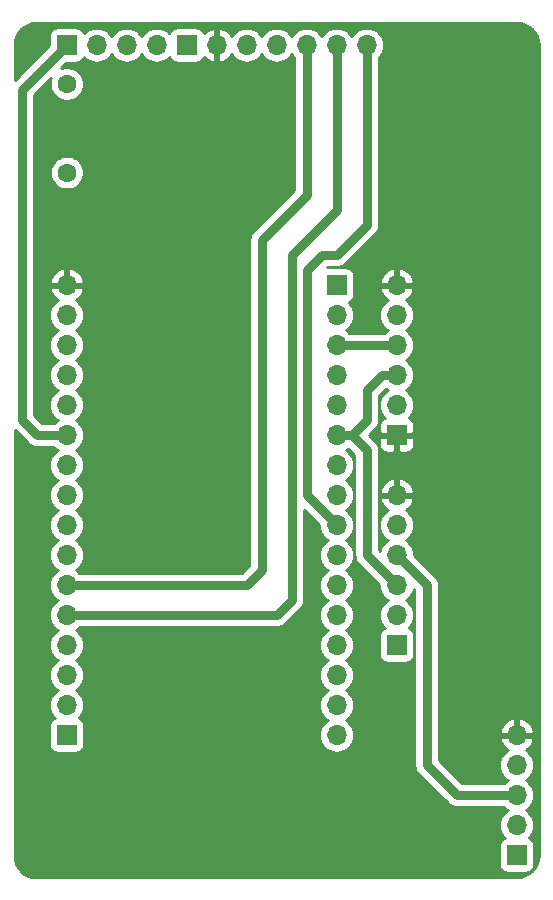
<source format=gbr>
G04 #@! TF.GenerationSoftware,KiCad,Pcbnew,(5.1.0)-1*
G04 #@! TF.CreationDate,2019-05-02T23:13:58+02:00*
G04 #@! TF.ProjectId,diyaltimeter.de,64697961-6c74-4696-9d65-7465722e6465,rev?*
G04 #@! TF.SameCoordinates,Original*
G04 #@! TF.FileFunction,Copper,L2,Bot*
G04 #@! TF.FilePolarity,Positive*
%FSLAX46Y46*%
G04 Gerber Fmt 4.6, Leading zero omitted, Abs format (unit mm)*
G04 Created by KiCad (PCBNEW (5.1.0)-1) date 2019-05-02 23:13:58*
%MOMM*%
%LPD*%
G04 APERTURE LIST*
%ADD10R,1.700000X1.700000*%
%ADD11O,1.700000X1.700000*%
%ADD12C,1.600000*%
%ADD13C,0.800000*%
%ADD14C,0.254000*%
G04 APERTURE END LIST*
D10*
X71120000Y-109220000D03*
D11*
X73660000Y-109220000D03*
X76200000Y-109220000D03*
X78740000Y-109220000D03*
D10*
X81280000Y-109220000D03*
D11*
X83820000Y-109220000D03*
X86360000Y-109220000D03*
X88900000Y-109220000D03*
X91440000Y-109220000D03*
X93980000Y-109220000D03*
X96520000Y-109220000D03*
X71120000Y-129540000D03*
X71120000Y-132080000D03*
X71120000Y-134620000D03*
X71120000Y-137160000D03*
X71120000Y-139700000D03*
X71120000Y-142240000D03*
X71120000Y-144780000D03*
X71120000Y-147320000D03*
X71120000Y-149860000D03*
X71120000Y-152400000D03*
X71120000Y-154940000D03*
X71120000Y-157480000D03*
X71120000Y-160020000D03*
X71120000Y-162560000D03*
X71120000Y-165100000D03*
D10*
X71120000Y-167640000D03*
X93980000Y-129540000D03*
D11*
X93980000Y-132080000D03*
X93980000Y-134620000D03*
X93980000Y-137160000D03*
X93980000Y-139700000D03*
X93980000Y-142240000D03*
X93980000Y-144780000D03*
X93980000Y-147320000D03*
X93980000Y-149860000D03*
X93980000Y-152400000D03*
X93980000Y-154940000D03*
X93980000Y-157480000D03*
X93980000Y-160020000D03*
X93980000Y-162560000D03*
X93980000Y-165100000D03*
X93980000Y-167640000D03*
D10*
X99060000Y-160020000D03*
D11*
X99060000Y-157480000D03*
X99060000Y-154940000D03*
X99060000Y-152400000D03*
X99060000Y-149860000D03*
X99060000Y-147320000D03*
X99060000Y-129540000D03*
X99060000Y-132080000D03*
X99060000Y-134620000D03*
X99060000Y-137160000D03*
X99060000Y-139700000D03*
D10*
X99060000Y-142240000D03*
X109220000Y-177800000D03*
D11*
X109220000Y-175260000D03*
X109220000Y-172720000D03*
X109220000Y-170180000D03*
X109220000Y-167640000D03*
D12*
X71120000Y-120015000D03*
X71120000Y-112515000D03*
D13*
X71120000Y-109220000D02*
X67310000Y-113030000D01*
X67310000Y-113030000D02*
X67310000Y-140970000D01*
X67310000Y-140970000D02*
X68580000Y-142240000D01*
X68580000Y-142240000D02*
X71120000Y-142240000D01*
X91440000Y-111760000D02*
X91440000Y-121920000D01*
X91440000Y-121920000D02*
X87630000Y-125730000D01*
X87630000Y-125730000D02*
X87630000Y-153670000D01*
X87630000Y-153670000D02*
X86360000Y-154940000D01*
X86360000Y-154940000D02*
X71120000Y-154940000D01*
X91440000Y-111760000D02*
X91440000Y-109220000D01*
X71120000Y-157480000D02*
X88900000Y-157480000D01*
X88900000Y-157480000D02*
X90170000Y-156210000D01*
X90170000Y-156210000D02*
X90170000Y-127000000D01*
X93980000Y-123190000D02*
X93980000Y-111760000D01*
X90170000Y-127000000D02*
X93980000Y-123190000D01*
X93980000Y-111760000D02*
X93980000Y-109220000D01*
X96520000Y-111760000D02*
X96520000Y-124460000D01*
X96520000Y-124460000D02*
X93980000Y-127000000D01*
X93980000Y-127000000D02*
X92710000Y-127000000D01*
X92710000Y-127000000D02*
X91440000Y-128270000D01*
X91440000Y-147320000D02*
X93980000Y-149860000D01*
X91440000Y-128270000D02*
X91440000Y-147320000D01*
X96520000Y-111760000D02*
X96520000Y-109220000D01*
X109220000Y-172720000D02*
X104140000Y-172720000D01*
X104140000Y-172720000D02*
X101600000Y-170180000D01*
X101600000Y-154940000D02*
X99060000Y-152400000D01*
X101600000Y-170180000D02*
X101600000Y-154940000D01*
X99060000Y-134620000D02*
X93980000Y-134620000D01*
X93980000Y-142240000D02*
X95250000Y-142240000D01*
X95250000Y-142240000D02*
X96520000Y-143510000D01*
X96520000Y-152400000D02*
X99060000Y-154940000D01*
X96520000Y-143510000D02*
X96520000Y-152400000D01*
X95250000Y-142240000D02*
X96520000Y-140970000D01*
X96520000Y-140970000D02*
X96520000Y-138430000D01*
X96520000Y-138430000D02*
X97790000Y-137160000D01*
X97790000Y-137160000D02*
X99060000Y-137160000D01*
D14*
G36*
X109584545Y-107378909D02*
G01*
X109935208Y-107484780D01*
X110258625Y-107656744D01*
X110542484Y-107888254D01*
X110775965Y-108170486D01*
X110950183Y-108492695D01*
X111058502Y-108842614D01*
X111100000Y-109237443D01*
X111100001Y-177767711D01*
X111061091Y-178164545D01*
X110955220Y-178515206D01*
X110783257Y-178838623D01*
X110551748Y-179122482D01*
X110269514Y-179355965D01*
X109947304Y-179530184D01*
X109597385Y-179638502D01*
X109350064Y-179664496D01*
X109253647Y-179655000D01*
X68546353Y-179655000D01*
X68452044Y-179664289D01*
X68215455Y-179641091D01*
X67864794Y-179535220D01*
X67541377Y-179363257D01*
X67257518Y-179131748D01*
X67024035Y-178849514D01*
X66849816Y-178527304D01*
X66741498Y-178177385D01*
X66715504Y-177930064D01*
X66725000Y-177833647D01*
X66725000Y-141848710D01*
X67812196Y-142935907D01*
X67844604Y-142975396D01*
X67884092Y-143007803D01*
X68002202Y-143104734D01*
X68098309Y-143156104D01*
X68182007Y-143200841D01*
X68377105Y-143260024D01*
X68529162Y-143275000D01*
X68529171Y-143275000D01*
X68579999Y-143280006D01*
X68630827Y-143275000D01*
X70048342Y-143275000D01*
X70064866Y-143295134D01*
X70290986Y-143480706D01*
X70345791Y-143510000D01*
X70290986Y-143539294D01*
X70064866Y-143724866D01*
X69879294Y-143950986D01*
X69741401Y-144208966D01*
X69656487Y-144488889D01*
X69627815Y-144780000D01*
X69656487Y-145071111D01*
X69741401Y-145351034D01*
X69879294Y-145609014D01*
X70064866Y-145835134D01*
X70290986Y-146020706D01*
X70345791Y-146050000D01*
X70290986Y-146079294D01*
X70064866Y-146264866D01*
X69879294Y-146490986D01*
X69741401Y-146748966D01*
X69656487Y-147028889D01*
X69627815Y-147320000D01*
X69656487Y-147611111D01*
X69741401Y-147891034D01*
X69879294Y-148149014D01*
X70064866Y-148375134D01*
X70290986Y-148560706D01*
X70345791Y-148590000D01*
X70290986Y-148619294D01*
X70064866Y-148804866D01*
X69879294Y-149030986D01*
X69741401Y-149288966D01*
X69656487Y-149568889D01*
X69627815Y-149860000D01*
X69656487Y-150151111D01*
X69741401Y-150431034D01*
X69879294Y-150689014D01*
X70064866Y-150915134D01*
X70290986Y-151100706D01*
X70345791Y-151130000D01*
X70290986Y-151159294D01*
X70064866Y-151344866D01*
X69879294Y-151570986D01*
X69741401Y-151828966D01*
X69656487Y-152108889D01*
X69627815Y-152400000D01*
X69656487Y-152691111D01*
X69741401Y-152971034D01*
X69879294Y-153229014D01*
X70064866Y-153455134D01*
X70290986Y-153640706D01*
X70345791Y-153670000D01*
X70290986Y-153699294D01*
X70064866Y-153884866D01*
X69879294Y-154110986D01*
X69741401Y-154368966D01*
X69656487Y-154648889D01*
X69627815Y-154940000D01*
X69656487Y-155231111D01*
X69741401Y-155511034D01*
X69879294Y-155769014D01*
X70064866Y-155995134D01*
X70290986Y-156180706D01*
X70345791Y-156210000D01*
X70290986Y-156239294D01*
X70064866Y-156424866D01*
X69879294Y-156650986D01*
X69741401Y-156908966D01*
X69656487Y-157188889D01*
X69627815Y-157480000D01*
X69656487Y-157771111D01*
X69741401Y-158051034D01*
X69879294Y-158309014D01*
X70064866Y-158535134D01*
X70290986Y-158720706D01*
X70345791Y-158750000D01*
X70290986Y-158779294D01*
X70064866Y-158964866D01*
X69879294Y-159190986D01*
X69741401Y-159448966D01*
X69656487Y-159728889D01*
X69627815Y-160020000D01*
X69656487Y-160311111D01*
X69741401Y-160591034D01*
X69879294Y-160849014D01*
X70064866Y-161075134D01*
X70290986Y-161260706D01*
X70345791Y-161290000D01*
X70290986Y-161319294D01*
X70064866Y-161504866D01*
X69879294Y-161730986D01*
X69741401Y-161988966D01*
X69656487Y-162268889D01*
X69627815Y-162560000D01*
X69656487Y-162851111D01*
X69741401Y-163131034D01*
X69879294Y-163389014D01*
X70064866Y-163615134D01*
X70290986Y-163800706D01*
X70345791Y-163830000D01*
X70290986Y-163859294D01*
X70064866Y-164044866D01*
X69879294Y-164270986D01*
X69741401Y-164528966D01*
X69656487Y-164808889D01*
X69627815Y-165100000D01*
X69656487Y-165391111D01*
X69741401Y-165671034D01*
X69879294Y-165929014D01*
X70064866Y-166155134D01*
X70094687Y-166179607D01*
X70025820Y-166200498D01*
X69915506Y-166259463D01*
X69818815Y-166338815D01*
X69739463Y-166435506D01*
X69680498Y-166545820D01*
X69644188Y-166665518D01*
X69631928Y-166790000D01*
X69631928Y-168490000D01*
X69644188Y-168614482D01*
X69680498Y-168734180D01*
X69739463Y-168844494D01*
X69818815Y-168941185D01*
X69915506Y-169020537D01*
X70025820Y-169079502D01*
X70145518Y-169115812D01*
X70270000Y-169128072D01*
X71970000Y-169128072D01*
X72094482Y-169115812D01*
X72214180Y-169079502D01*
X72324494Y-169020537D01*
X72421185Y-168941185D01*
X72500537Y-168844494D01*
X72559502Y-168734180D01*
X72595812Y-168614482D01*
X72608072Y-168490000D01*
X72608072Y-166790000D01*
X72595812Y-166665518D01*
X72559502Y-166545820D01*
X72500537Y-166435506D01*
X72421185Y-166338815D01*
X72324494Y-166259463D01*
X72214180Y-166200498D01*
X72145313Y-166179607D01*
X72175134Y-166155134D01*
X72360706Y-165929014D01*
X72498599Y-165671034D01*
X72583513Y-165391111D01*
X72612185Y-165100000D01*
X72583513Y-164808889D01*
X72498599Y-164528966D01*
X72360706Y-164270986D01*
X72175134Y-164044866D01*
X71949014Y-163859294D01*
X71894209Y-163830000D01*
X71949014Y-163800706D01*
X72175134Y-163615134D01*
X72360706Y-163389014D01*
X72498599Y-163131034D01*
X72583513Y-162851111D01*
X72612185Y-162560000D01*
X72583513Y-162268889D01*
X72498599Y-161988966D01*
X72360706Y-161730986D01*
X72175134Y-161504866D01*
X71949014Y-161319294D01*
X71894209Y-161290000D01*
X71949014Y-161260706D01*
X72175134Y-161075134D01*
X72360706Y-160849014D01*
X72498599Y-160591034D01*
X72583513Y-160311111D01*
X72612185Y-160020000D01*
X72583513Y-159728889D01*
X72498599Y-159448966D01*
X72360706Y-159190986D01*
X72175134Y-158964866D01*
X71949014Y-158779294D01*
X71894209Y-158750000D01*
X71949014Y-158720706D01*
X72175134Y-158535134D01*
X72191658Y-158515000D01*
X88849172Y-158515000D01*
X88900000Y-158520006D01*
X88950828Y-158515000D01*
X88950838Y-158515000D01*
X89102895Y-158500024D01*
X89297993Y-158440841D01*
X89477797Y-158344734D01*
X89635396Y-158215396D01*
X89667807Y-158175903D01*
X90865908Y-156977803D01*
X90905396Y-156945396D01*
X90940844Y-156902203D01*
X91034734Y-156787798D01*
X91107861Y-156650986D01*
X91130841Y-156607993D01*
X91190024Y-156412895D01*
X91205000Y-156260838D01*
X91205000Y-156260829D01*
X91210006Y-156210001D01*
X91205000Y-156159173D01*
X91205000Y-148548710D01*
X92490368Y-149834079D01*
X92487815Y-149860000D01*
X92516487Y-150151111D01*
X92601401Y-150431034D01*
X92739294Y-150689014D01*
X92924866Y-150915134D01*
X93150986Y-151100706D01*
X93205791Y-151130000D01*
X93150986Y-151159294D01*
X92924866Y-151344866D01*
X92739294Y-151570986D01*
X92601401Y-151828966D01*
X92516487Y-152108889D01*
X92487815Y-152400000D01*
X92516487Y-152691111D01*
X92601401Y-152971034D01*
X92739294Y-153229014D01*
X92924866Y-153455134D01*
X93150986Y-153640706D01*
X93205791Y-153670000D01*
X93150986Y-153699294D01*
X92924866Y-153884866D01*
X92739294Y-154110986D01*
X92601401Y-154368966D01*
X92516487Y-154648889D01*
X92487815Y-154940000D01*
X92516487Y-155231111D01*
X92601401Y-155511034D01*
X92739294Y-155769014D01*
X92924866Y-155995134D01*
X93150986Y-156180706D01*
X93205791Y-156210000D01*
X93150986Y-156239294D01*
X92924866Y-156424866D01*
X92739294Y-156650986D01*
X92601401Y-156908966D01*
X92516487Y-157188889D01*
X92487815Y-157480000D01*
X92516487Y-157771111D01*
X92601401Y-158051034D01*
X92739294Y-158309014D01*
X92924866Y-158535134D01*
X93150986Y-158720706D01*
X93205791Y-158750000D01*
X93150986Y-158779294D01*
X92924866Y-158964866D01*
X92739294Y-159190986D01*
X92601401Y-159448966D01*
X92516487Y-159728889D01*
X92487815Y-160020000D01*
X92516487Y-160311111D01*
X92601401Y-160591034D01*
X92739294Y-160849014D01*
X92924866Y-161075134D01*
X93150986Y-161260706D01*
X93205791Y-161290000D01*
X93150986Y-161319294D01*
X92924866Y-161504866D01*
X92739294Y-161730986D01*
X92601401Y-161988966D01*
X92516487Y-162268889D01*
X92487815Y-162560000D01*
X92516487Y-162851111D01*
X92601401Y-163131034D01*
X92739294Y-163389014D01*
X92924866Y-163615134D01*
X93150986Y-163800706D01*
X93205791Y-163830000D01*
X93150986Y-163859294D01*
X92924866Y-164044866D01*
X92739294Y-164270986D01*
X92601401Y-164528966D01*
X92516487Y-164808889D01*
X92487815Y-165100000D01*
X92516487Y-165391111D01*
X92601401Y-165671034D01*
X92739294Y-165929014D01*
X92924866Y-166155134D01*
X93150986Y-166340706D01*
X93205791Y-166370000D01*
X93150986Y-166399294D01*
X92924866Y-166584866D01*
X92739294Y-166810986D01*
X92601401Y-167068966D01*
X92516487Y-167348889D01*
X92487815Y-167640000D01*
X92516487Y-167931111D01*
X92601401Y-168211034D01*
X92739294Y-168469014D01*
X92924866Y-168695134D01*
X93150986Y-168880706D01*
X93408966Y-169018599D01*
X93688889Y-169103513D01*
X93907050Y-169125000D01*
X94052950Y-169125000D01*
X94271111Y-169103513D01*
X94551034Y-169018599D01*
X94809014Y-168880706D01*
X95035134Y-168695134D01*
X95220706Y-168469014D01*
X95358599Y-168211034D01*
X95443513Y-167931111D01*
X95472185Y-167640000D01*
X95443513Y-167348889D01*
X95358599Y-167068966D01*
X95220706Y-166810986D01*
X95035134Y-166584866D01*
X94809014Y-166399294D01*
X94754209Y-166370000D01*
X94809014Y-166340706D01*
X95035134Y-166155134D01*
X95220706Y-165929014D01*
X95358599Y-165671034D01*
X95443513Y-165391111D01*
X95472185Y-165100000D01*
X95443513Y-164808889D01*
X95358599Y-164528966D01*
X95220706Y-164270986D01*
X95035134Y-164044866D01*
X94809014Y-163859294D01*
X94754209Y-163830000D01*
X94809014Y-163800706D01*
X95035134Y-163615134D01*
X95220706Y-163389014D01*
X95358599Y-163131034D01*
X95443513Y-162851111D01*
X95472185Y-162560000D01*
X95443513Y-162268889D01*
X95358599Y-161988966D01*
X95220706Y-161730986D01*
X95035134Y-161504866D01*
X94809014Y-161319294D01*
X94754209Y-161290000D01*
X94809014Y-161260706D01*
X95035134Y-161075134D01*
X95220706Y-160849014D01*
X95358599Y-160591034D01*
X95443513Y-160311111D01*
X95472185Y-160020000D01*
X95443513Y-159728889D01*
X95358599Y-159448966D01*
X95220706Y-159190986D01*
X95035134Y-158964866D01*
X94809014Y-158779294D01*
X94754209Y-158750000D01*
X94809014Y-158720706D01*
X95035134Y-158535134D01*
X95220706Y-158309014D01*
X95358599Y-158051034D01*
X95443513Y-157771111D01*
X95472185Y-157480000D01*
X95443513Y-157188889D01*
X95358599Y-156908966D01*
X95220706Y-156650986D01*
X95035134Y-156424866D01*
X94809014Y-156239294D01*
X94754209Y-156210000D01*
X94809014Y-156180706D01*
X95035134Y-155995134D01*
X95220706Y-155769014D01*
X95358599Y-155511034D01*
X95443513Y-155231111D01*
X95472185Y-154940000D01*
X95443513Y-154648889D01*
X95358599Y-154368966D01*
X95220706Y-154110986D01*
X95035134Y-153884866D01*
X94809014Y-153699294D01*
X94754209Y-153670000D01*
X94809014Y-153640706D01*
X95035134Y-153455134D01*
X95220706Y-153229014D01*
X95358599Y-152971034D01*
X95443513Y-152691111D01*
X95472185Y-152400000D01*
X95443513Y-152108889D01*
X95358599Y-151828966D01*
X95220706Y-151570986D01*
X95035134Y-151344866D01*
X94809014Y-151159294D01*
X94754209Y-151130000D01*
X94809014Y-151100706D01*
X95035134Y-150915134D01*
X95220706Y-150689014D01*
X95358599Y-150431034D01*
X95443513Y-150151111D01*
X95472185Y-149860000D01*
X95443513Y-149568889D01*
X95358599Y-149288966D01*
X95220706Y-149030986D01*
X95035134Y-148804866D01*
X94809014Y-148619294D01*
X94754209Y-148590000D01*
X94809014Y-148560706D01*
X95035134Y-148375134D01*
X95220706Y-148149014D01*
X95358599Y-147891034D01*
X95443513Y-147611111D01*
X95472185Y-147320000D01*
X95443513Y-147028889D01*
X95358599Y-146748966D01*
X95220706Y-146490986D01*
X95035134Y-146264866D01*
X94809014Y-146079294D01*
X94754209Y-146050000D01*
X94809014Y-146020706D01*
X95035134Y-145835134D01*
X95220706Y-145609014D01*
X95358599Y-145351034D01*
X95443513Y-145071111D01*
X95472185Y-144780000D01*
X95443513Y-144488889D01*
X95358599Y-144208966D01*
X95220706Y-143950986D01*
X95035134Y-143724866D01*
X94809014Y-143539294D01*
X94754209Y-143510000D01*
X94809014Y-143480706D01*
X94928739Y-143382450D01*
X95485000Y-143938711D01*
X95485001Y-152349162D01*
X95479994Y-152400000D01*
X95499977Y-152602895D01*
X95559160Y-152797993D01*
X95655266Y-152977797D01*
X95749157Y-153092203D01*
X95784605Y-153135396D01*
X95824092Y-153167802D01*
X97570368Y-154914079D01*
X97567815Y-154940000D01*
X97596487Y-155231111D01*
X97681401Y-155511034D01*
X97819294Y-155769014D01*
X98004866Y-155995134D01*
X98230986Y-156180706D01*
X98285791Y-156210000D01*
X98230986Y-156239294D01*
X98004866Y-156424866D01*
X97819294Y-156650986D01*
X97681401Y-156908966D01*
X97596487Y-157188889D01*
X97567815Y-157480000D01*
X97596487Y-157771111D01*
X97681401Y-158051034D01*
X97819294Y-158309014D01*
X98004866Y-158535134D01*
X98034687Y-158559607D01*
X97965820Y-158580498D01*
X97855506Y-158639463D01*
X97758815Y-158718815D01*
X97679463Y-158815506D01*
X97620498Y-158925820D01*
X97584188Y-159045518D01*
X97571928Y-159170000D01*
X97571928Y-160870000D01*
X97584188Y-160994482D01*
X97620498Y-161114180D01*
X97679463Y-161224494D01*
X97758815Y-161321185D01*
X97855506Y-161400537D01*
X97965820Y-161459502D01*
X98085518Y-161495812D01*
X98210000Y-161508072D01*
X99910000Y-161508072D01*
X100034482Y-161495812D01*
X100154180Y-161459502D01*
X100264494Y-161400537D01*
X100361185Y-161321185D01*
X100440537Y-161224494D01*
X100499502Y-161114180D01*
X100535812Y-160994482D01*
X100548072Y-160870000D01*
X100548072Y-159170000D01*
X100535812Y-159045518D01*
X100499502Y-158925820D01*
X100440537Y-158815506D01*
X100361185Y-158718815D01*
X100264494Y-158639463D01*
X100154180Y-158580498D01*
X100085313Y-158559607D01*
X100115134Y-158535134D01*
X100300706Y-158309014D01*
X100438599Y-158051034D01*
X100523513Y-157771111D01*
X100552185Y-157480000D01*
X100523513Y-157188889D01*
X100438599Y-156908966D01*
X100300706Y-156650986D01*
X100115134Y-156424866D01*
X99889014Y-156239294D01*
X99834209Y-156210000D01*
X99889014Y-156180706D01*
X100115134Y-155995134D01*
X100300706Y-155769014D01*
X100438599Y-155511034D01*
X100501143Y-155304854D01*
X100565001Y-155368712D01*
X100565000Y-170129172D01*
X100559994Y-170180000D01*
X100565000Y-170230828D01*
X100565000Y-170230837D01*
X100579976Y-170382894D01*
X100639159Y-170577992D01*
X100735266Y-170757797D01*
X100864604Y-170915396D01*
X100904097Y-170947807D01*
X103372197Y-173415908D01*
X103404604Y-173455396D01*
X103444092Y-173487803D01*
X103562202Y-173584734D01*
X103658309Y-173636104D01*
X103742007Y-173680841D01*
X103937105Y-173740024D01*
X104089162Y-173755000D01*
X104089171Y-173755000D01*
X104139999Y-173760006D01*
X104190827Y-173755000D01*
X108148342Y-173755000D01*
X108164866Y-173775134D01*
X108390986Y-173960706D01*
X108445791Y-173990000D01*
X108390986Y-174019294D01*
X108164866Y-174204866D01*
X107979294Y-174430986D01*
X107841401Y-174688966D01*
X107756487Y-174968889D01*
X107727815Y-175260000D01*
X107756487Y-175551111D01*
X107841401Y-175831034D01*
X107979294Y-176089014D01*
X108164866Y-176315134D01*
X108194687Y-176339607D01*
X108125820Y-176360498D01*
X108015506Y-176419463D01*
X107918815Y-176498815D01*
X107839463Y-176595506D01*
X107780498Y-176705820D01*
X107744188Y-176825518D01*
X107731928Y-176950000D01*
X107731928Y-178650000D01*
X107744188Y-178774482D01*
X107780498Y-178894180D01*
X107839463Y-179004494D01*
X107918815Y-179101185D01*
X108015506Y-179180537D01*
X108125820Y-179239502D01*
X108245518Y-179275812D01*
X108370000Y-179288072D01*
X110070000Y-179288072D01*
X110194482Y-179275812D01*
X110314180Y-179239502D01*
X110424494Y-179180537D01*
X110521185Y-179101185D01*
X110600537Y-179004494D01*
X110659502Y-178894180D01*
X110695812Y-178774482D01*
X110708072Y-178650000D01*
X110708072Y-176950000D01*
X110695812Y-176825518D01*
X110659502Y-176705820D01*
X110600537Y-176595506D01*
X110521185Y-176498815D01*
X110424494Y-176419463D01*
X110314180Y-176360498D01*
X110245313Y-176339607D01*
X110275134Y-176315134D01*
X110460706Y-176089014D01*
X110598599Y-175831034D01*
X110683513Y-175551111D01*
X110712185Y-175260000D01*
X110683513Y-174968889D01*
X110598599Y-174688966D01*
X110460706Y-174430986D01*
X110275134Y-174204866D01*
X110049014Y-174019294D01*
X109994209Y-173990000D01*
X110049014Y-173960706D01*
X110275134Y-173775134D01*
X110460706Y-173549014D01*
X110598599Y-173291034D01*
X110683513Y-173011111D01*
X110712185Y-172720000D01*
X110683513Y-172428889D01*
X110598599Y-172148966D01*
X110460706Y-171890986D01*
X110275134Y-171664866D01*
X110049014Y-171479294D01*
X109994209Y-171450000D01*
X110049014Y-171420706D01*
X110275134Y-171235134D01*
X110460706Y-171009014D01*
X110598599Y-170751034D01*
X110683513Y-170471111D01*
X110712185Y-170180000D01*
X110683513Y-169888889D01*
X110598599Y-169608966D01*
X110460706Y-169350986D01*
X110275134Y-169124866D01*
X110049014Y-168939294D01*
X109984477Y-168904799D01*
X110101355Y-168835178D01*
X110317588Y-168640269D01*
X110491641Y-168406920D01*
X110616825Y-168144099D01*
X110661476Y-167996890D01*
X110540155Y-167767000D01*
X109347000Y-167767000D01*
X109347000Y-167787000D01*
X109093000Y-167787000D01*
X109093000Y-167767000D01*
X107899845Y-167767000D01*
X107778524Y-167996890D01*
X107823175Y-168144099D01*
X107948359Y-168406920D01*
X108122412Y-168640269D01*
X108338645Y-168835178D01*
X108455523Y-168904799D01*
X108390986Y-168939294D01*
X108164866Y-169124866D01*
X107979294Y-169350986D01*
X107841401Y-169608966D01*
X107756487Y-169888889D01*
X107727815Y-170180000D01*
X107756487Y-170471111D01*
X107841401Y-170751034D01*
X107979294Y-171009014D01*
X108164866Y-171235134D01*
X108390986Y-171420706D01*
X108445791Y-171450000D01*
X108390986Y-171479294D01*
X108164866Y-171664866D01*
X108148342Y-171685000D01*
X104568711Y-171685000D01*
X102635000Y-169751290D01*
X102635000Y-167283110D01*
X107778524Y-167283110D01*
X107899845Y-167513000D01*
X109093000Y-167513000D01*
X109093000Y-166319186D01*
X109347000Y-166319186D01*
X109347000Y-167513000D01*
X110540155Y-167513000D01*
X110661476Y-167283110D01*
X110616825Y-167135901D01*
X110491641Y-166873080D01*
X110317588Y-166639731D01*
X110101355Y-166444822D01*
X109851252Y-166295843D01*
X109576891Y-166198519D01*
X109347000Y-166319186D01*
X109093000Y-166319186D01*
X108863109Y-166198519D01*
X108588748Y-166295843D01*
X108338645Y-166444822D01*
X108122412Y-166639731D01*
X107948359Y-166873080D01*
X107823175Y-167135901D01*
X107778524Y-167283110D01*
X102635000Y-167283110D01*
X102635000Y-154990827D01*
X102640006Y-154939999D01*
X102635000Y-154889171D01*
X102635000Y-154889162D01*
X102620024Y-154737105D01*
X102560841Y-154542007D01*
X102468349Y-154368966D01*
X102464734Y-154362202D01*
X102367803Y-154244092D01*
X102335396Y-154204604D01*
X102295908Y-154172197D01*
X100549632Y-152425922D01*
X100552185Y-152400000D01*
X100523513Y-152108889D01*
X100438599Y-151828966D01*
X100300706Y-151570986D01*
X100115134Y-151344866D01*
X99889014Y-151159294D01*
X99834209Y-151130000D01*
X99889014Y-151100706D01*
X100115134Y-150915134D01*
X100300706Y-150689014D01*
X100438599Y-150431034D01*
X100523513Y-150151111D01*
X100552185Y-149860000D01*
X100523513Y-149568889D01*
X100438599Y-149288966D01*
X100300706Y-149030986D01*
X100115134Y-148804866D01*
X99889014Y-148619294D01*
X99824477Y-148584799D01*
X99941355Y-148515178D01*
X100157588Y-148320269D01*
X100331641Y-148086920D01*
X100456825Y-147824099D01*
X100501476Y-147676890D01*
X100380155Y-147447000D01*
X99187000Y-147447000D01*
X99187000Y-147467000D01*
X98933000Y-147467000D01*
X98933000Y-147447000D01*
X97739845Y-147447000D01*
X97618524Y-147676890D01*
X97663175Y-147824099D01*
X97788359Y-148086920D01*
X97962412Y-148320269D01*
X98178645Y-148515178D01*
X98295523Y-148584799D01*
X98230986Y-148619294D01*
X98004866Y-148804866D01*
X97819294Y-149030986D01*
X97681401Y-149288966D01*
X97596487Y-149568889D01*
X97567815Y-149860000D01*
X97596487Y-150151111D01*
X97681401Y-150431034D01*
X97819294Y-150689014D01*
X98004866Y-150915134D01*
X98230986Y-151100706D01*
X98285791Y-151130000D01*
X98230986Y-151159294D01*
X98004866Y-151344866D01*
X97819294Y-151570986D01*
X97681401Y-151828966D01*
X97618857Y-152035146D01*
X97555000Y-151971290D01*
X97555000Y-146963110D01*
X97618524Y-146963110D01*
X97739845Y-147193000D01*
X98933000Y-147193000D01*
X98933000Y-145999186D01*
X99187000Y-145999186D01*
X99187000Y-147193000D01*
X100380155Y-147193000D01*
X100501476Y-146963110D01*
X100456825Y-146815901D01*
X100331641Y-146553080D01*
X100157588Y-146319731D01*
X99941355Y-146124822D01*
X99691252Y-145975843D01*
X99416891Y-145878519D01*
X99187000Y-145999186D01*
X98933000Y-145999186D01*
X98703109Y-145878519D01*
X98428748Y-145975843D01*
X98178645Y-146124822D01*
X97962412Y-146319731D01*
X97788359Y-146553080D01*
X97663175Y-146815901D01*
X97618524Y-146963110D01*
X97555000Y-146963110D01*
X97555000Y-143560827D01*
X97560006Y-143509999D01*
X97555000Y-143459171D01*
X97555000Y-143459162D01*
X97540024Y-143307105D01*
X97480841Y-143112007D01*
X97469079Y-143090000D01*
X97571928Y-143090000D01*
X97584188Y-143214482D01*
X97620498Y-143334180D01*
X97679463Y-143444494D01*
X97758815Y-143541185D01*
X97855506Y-143620537D01*
X97965820Y-143679502D01*
X98085518Y-143715812D01*
X98210000Y-143728072D01*
X98774250Y-143725000D01*
X98933000Y-143566250D01*
X98933000Y-142367000D01*
X99187000Y-142367000D01*
X99187000Y-143566250D01*
X99345750Y-143725000D01*
X99910000Y-143728072D01*
X100034482Y-143715812D01*
X100154180Y-143679502D01*
X100264494Y-143620537D01*
X100361185Y-143541185D01*
X100440537Y-143444494D01*
X100499502Y-143334180D01*
X100535812Y-143214482D01*
X100548072Y-143090000D01*
X100545000Y-142525750D01*
X100386250Y-142367000D01*
X99187000Y-142367000D01*
X98933000Y-142367000D01*
X97733750Y-142367000D01*
X97575000Y-142525750D01*
X97571928Y-143090000D01*
X97469079Y-143090000D01*
X97386714Y-142935907D01*
X97384734Y-142932202D01*
X97287803Y-142814092D01*
X97255396Y-142774604D01*
X97215908Y-142742197D01*
X96713711Y-142240000D01*
X97215908Y-141737803D01*
X97255396Y-141705396D01*
X97290844Y-141662202D01*
X97384734Y-141547798D01*
X97469078Y-141390000D01*
X97480841Y-141367993D01*
X97540024Y-141172895D01*
X97555000Y-141020838D01*
X97555000Y-141020829D01*
X97560006Y-140970001D01*
X97555000Y-140919173D01*
X97555000Y-138858710D01*
X98111261Y-138302450D01*
X98230986Y-138400706D01*
X98285791Y-138430000D01*
X98230986Y-138459294D01*
X98004866Y-138644866D01*
X97819294Y-138870986D01*
X97681401Y-139128966D01*
X97596487Y-139408889D01*
X97567815Y-139700000D01*
X97596487Y-139991111D01*
X97681401Y-140271034D01*
X97819294Y-140529014D01*
X98004866Y-140755134D01*
X98034687Y-140779607D01*
X97965820Y-140800498D01*
X97855506Y-140859463D01*
X97758815Y-140938815D01*
X97679463Y-141035506D01*
X97620498Y-141145820D01*
X97584188Y-141265518D01*
X97571928Y-141390000D01*
X97575000Y-141954250D01*
X97733750Y-142113000D01*
X98933000Y-142113000D01*
X98933000Y-142093000D01*
X99187000Y-142093000D01*
X99187000Y-142113000D01*
X100386250Y-142113000D01*
X100545000Y-141954250D01*
X100548072Y-141390000D01*
X100535812Y-141265518D01*
X100499502Y-141145820D01*
X100440537Y-141035506D01*
X100361185Y-140938815D01*
X100264494Y-140859463D01*
X100154180Y-140800498D01*
X100085313Y-140779607D01*
X100115134Y-140755134D01*
X100300706Y-140529014D01*
X100438599Y-140271034D01*
X100523513Y-139991111D01*
X100552185Y-139700000D01*
X100523513Y-139408889D01*
X100438599Y-139128966D01*
X100300706Y-138870986D01*
X100115134Y-138644866D01*
X99889014Y-138459294D01*
X99834209Y-138430000D01*
X99889014Y-138400706D01*
X100115134Y-138215134D01*
X100300706Y-137989014D01*
X100438599Y-137731034D01*
X100523513Y-137451111D01*
X100552185Y-137160000D01*
X100523513Y-136868889D01*
X100438599Y-136588966D01*
X100300706Y-136330986D01*
X100115134Y-136104866D01*
X99889014Y-135919294D01*
X99834209Y-135890000D01*
X99889014Y-135860706D01*
X100115134Y-135675134D01*
X100300706Y-135449014D01*
X100438599Y-135191034D01*
X100523513Y-134911111D01*
X100552185Y-134620000D01*
X100523513Y-134328889D01*
X100438599Y-134048966D01*
X100300706Y-133790986D01*
X100115134Y-133564866D01*
X99889014Y-133379294D01*
X99834209Y-133350000D01*
X99889014Y-133320706D01*
X100115134Y-133135134D01*
X100300706Y-132909014D01*
X100438599Y-132651034D01*
X100523513Y-132371111D01*
X100552185Y-132080000D01*
X100523513Y-131788889D01*
X100438599Y-131508966D01*
X100300706Y-131250986D01*
X100115134Y-131024866D01*
X99889014Y-130839294D01*
X99824477Y-130804799D01*
X99941355Y-130735178D01*
X100157588Y-130540269D01*
X100331641Y-130306920D01*
X100456825Y-130044099D01*
X100501476Y-129896890D01*
X100380155Y-129667000D01*
X99187000Y-129667000D01*
X99187000Y-129687000D01*
X98933000Y-129687000D01*
X98933000Y-129667000D01*
X97739845Y-129667000D01*
X97618524Y-129896890D01*
X97663175Y-130044099D01*
X97788359Y-130306920D01*
X97962412Y-130540269D01*
X98178645Y-130735178D01*
X98295523Y-130804799D01*
X98230986Y-130839294D01*
X98004866Y-131024866D01*
X97819294Y-131250986D01*
X97681401Y-131508966D01*
X97596487Y-131788889D01*
X97567815Y-132080000D01*
X97596487Y-132371111D01*
X97681401Y-132651034D01*
X97819294Y-132909014D01*
X98004866Y-133135134D01*
X98230986Y-133320706D01*
X98285791Y-133350000D01*
X98230986Y-133379294D01*
X98004866Y-133564866D01*
X97988342Y-133585000D01*
X95051658Y-133585000D01*
X95035134Y-133564866D01*
X94809014Y-133379294D01*
X94754209Y-133350000D01*
X94809014Y-133320706D01*
X95035134Y-133135134D01*
X95220706Y-132909014D01*
X95358599Y-132651034D01*
X95443513Y-132371111D01*
X95472185Y-132080000D01*
X95443513Y-131788889D01*
X95358599Y-131508966D01*
X95220706Y-131250986D01*
X95035134Y-131024866D01*
X95005313Y-131000393D01*
X95074180Y-130979502D01*
X95184494Y-130920537D01*
X95281185Y-130841185D01*
X95360537Y-130744494D01*
X95419502Y-130634180D01*
X95455812Y-130514482D01*
X95468072Y-130390000D01*
X95468072Y-129183110D01*
X97618524Y-129183110D01*
X97739845Y-129413000D01*
X98933000Y-129413000D01*
X98933000Y-128219186D01*
X99187000Y-128219186D01*
X99187000Y-129413000D01*
X100380155Y-129413000D01*
X100501476Y-129183110D01*
X100456825Y-129035901D01*
X100331641Y-128773080D01*
X100157588Y-128539731D01*
X99941355Y-128344822D01*
X99691252Y-128195843D01*
X99416891Y-128098519D01*
X99187000Y-128219186D01*
X98933000Y-128219186D01*
X98703109Y-128098519D01*
X98428748Y-128195843D01*
X98178645Y-128344822D01*
X97962412Y-128539731D01*
X97788359Y-128773080D01*
X97663175Y-129035901D01*
X97618524Y-129183110D01*
X95468072Y-129183110D01*
X95468072Y-128690000D01*
X95455812Y-128565518D01*
X95419502Y-128445820D01*
X95360537Y-128335506D01*
X95281185Y-128238815D01*
X95184494Y-128159463D01*
X95074180Y-128100498D01*
X94954482Y-128064188D01*
X94830000Y-128051928D01*
X93130000Y-128051928D01*
X93120885Y-128052826D01*
X93138711Y-128035000D01*
X93929172Y-128035000D01*
X93980000Y-128040006D01*
X94030828Y-128035000D01*
X94030838Y-128035000D01*
X94182895Y-128020024D01*
X94377993Y-127960841D01*
X94557797Y-127864734D01*
X94715396Y-127735396D01*
X94747807Y-127695903D01*
X97215908Y-125227803D01*
X97255396Y-125195396D01*
X97290844Y-125152203D01*
X97384734Y-125037798D01*
X97436104Y-124941691D01*
X97480841Y-124857993D01*
X97540024Y-124662895D01*
X97555000Y-124510838D01*
X97555000Y-124510829D01*
X97560006Y-124460001D01*
X97555000Y-124409173D01*
X97555000Y-110291658D01*
X97575134Y-110275134D01*
X97760706Y-110049014D01*
X97898599Y-109791034D01*
X97983513Y-109511111D01*
X98012185Y-109220000D01*
X97983513Y-108928889D01*
X97898599Y-108648966D01*
X97760706Y-108390986D01*
X97575134Y-108164866D01*
X97349014Y-107979294D01*
X97091034Y-107841401D01*
X96811111Y-107756487D01*
X96592950Y-107735000D01*
X96447050Y-107735000D01*
X96228889Y-107756487D01*
X95948966Y-107841401D01*
X95690986Y-107979294D01*
X95464866Y-108164866D01*
X95279294Y-108390986D01*
X95250000Y-108445791D01*
X95220706Y-108390986D01*
X95035134Y-108164866D01*
X94809014Y-107979294D01*
X94551034Y-107841401D01*
X94271111Y-107756487D01*
X94052950Y-107735000D01*
X93907050Y-107735000D01*
X93688889Y-107756487D01*
X93408966Y-107841401D01*
X93150986Y-107979294D01*
X92924866Y-108164866D01*
X92739294Y-108390986D01*
X92710000Y-108445791D01*
X92680706Y-108390986D01*
X92495134Y-108164866D01*
X92269014Y-107979294D01*
X92011034Y-107841401D01*
X91731111Y-107756487D01*
X91512950Y-107735000D01*
X91367050Y-107735000D01*
X91148889Y-107756487D01*
X90868966Y-107841401D01*
X90610986Y-107979294D01*
X90384866Y-108164866D01*
X90199294Y-108390986D01*
X90170000Y-108445791D01*
X90140706Y-108390986D01*
X89955134Y-108164866D01*
X89729014Y-107979294D01*
X89471034Y-107841401D01*
X89191111Y-107756487D01*
X88972950Y-107735000D01*
X88827050Y-107735000D01*
X88608889Y-107756487D01*
X88328966Y-107841401D01*
X88070986Y-107979294D01*
X87844866Y-108164866D01*
X87659294Y-108390986D01*
X87630000Y-108445791D01*
X87600706Y-108390986D01*
X87415134Y-108164866D01*
X87189014Y-107979294D01*
X86931034Y-107841401D01*
X86651111Y-107756487D01*
X86432950Y-107735000D01*
X86287050Y-107735000D01*
X86068889Y-107756487D01*
X85788966Y-107841401D01*
X85530986Y-107979294D01*
X85304866Y-108164866D01*
X85119294Y-108390986D01*
X85084799Y-108455523D01*
X85015178Y-108338645D01*
X84820269Y-108122412D01*
X84586920Y-107948359D01*
X84324099Y-107823175D01*
X84176890Y-107778524D01*
X83947000Y-107899845D01*
X83947000Y-109093000D01*
X83967000Y-109093000D01*
X83967000Y-109347000D01*
X83947000Y-109347000D01*
X83947000Y-110540155D01*
X84176890Y-110661476D01*
X84324099Y-110616825D01*
X84586920Y-110491641D01*
X84820269Y-110317588D01*
X85015178Y-110101355D01*
X85084799Y-109984477D01*
X85119294Y-110049014D01*
X85304866Y-110275134D01*
X85530986Y-110460706D01*
X85788966Y-110598599D01*
X86068889Y-110683513D01*
X86287050Y-110705000D01*
X86432950Y-110705000D01*
X86651111Y-110683513D01*
X86931034Y-110598599D01*
X87189014Y-110460706D01*
X87415134Y-110275134D01*
X87600706Y-110049014D01*
X87630000Y-109994209D01*
X87659294Y-110049014D01*
X87844866Y-110275134D01*
X88070986Y-110460706D01*
X88328966Y-110598599D01*
X88608889Y-110683513D01*
X88827050Y-110705000D01*
X88972950Y-110705000D01*
X89191111Y-110683513D01*
X89471034Y-110598599D01*
X89729014Y-110460706D01*
X89955134Y-110275134D01*
X90140706Y-110049014D01*
X90170000Y-109994209D01*
X90199294Y-110049014D01*
X90384866Y-110275134D01*
X90405001Y-110291658D01*
X90405000Y-111709162D01*
X90405000Y-111709163D01*
X90405001Y-121491288D01*
X86934097Y-124962193D01*
X86894604Y-124994604D01*
X86765266Y-125152203D01*
X86669159Y-125332008D01*
X86609976Y-125527106D01*
X86595000Y-125679163D01*
X86595000Y-125679172D01*
X86589994Y-125730000D01*
X86595000Y-125780828D01*
X86595001Y-153241288D01*
X85931290Y-153905000D01*
X72191658Y-153905000D01*
X72175134Y-153884866D01*
X71949014Y-153699294D01*
X71894209Y-153670000D01*
X71949014Y-153640706D01*
X72175134Y-153455134D01*
X72360706Y-153229014D01*
X72498599Y-152971034D01*
X72583513Y-152691111D01*
X72612185Y-152400000D01*
X72583513Y-152108889D01*
X72498599Y-151828966D01*
X72360706Y-151570986D01*
X72175134Y-151344866D01*
X71949014Y-151159294D01*
X71894209Y-151130000D01*
X71949014Y-151100706D01*
X72175134Y-150915134D01*
X72360706Y-150689014D01*
X72498599Y-150431034D01*
X72583513Y-150151111D01*
X72612185Y-149860000D01*
X72583513Y-149568889D01*
X72498599Y-149288966D01*
X72360706Y-149030986D01*
X72175134Y-148804866D01*
X71949014Y-148619294D01*
X71894209Y-148590000D01*
X71949014Y-148560706D01*
X72175134Y-148375134D01*
X72360706Y-148149014D01*
X72498599Y-147891034D01*
X72583513Y-147611111D01*
X72612185Y-147320000D01*
X72583513Y-147028889D01*
X72498599Y-146748966D01*
X72360706Y-146490986D01*
X72175134Y-146264866D01*
X71949014Y-146079294D01*
X71894209Y-146050000D01*
X71949014Y-146020706D01*
X72175134Y-145835134D01*
X72360706Y-145609014D01*
X72498599Y-145351034D01*
X72583513Y-145071111D01*
X72612185Y-144780000D01*
X72583513Y-144488889D01*
X72498599Y-144208966D01*
X72360706Y-143950986D01*
X72175134Y-143724866D01*
X71949014Y-143539294D01*
X71894209Y-143510000D01*
X71949014Y-143480706D01*
X72175134Y-143295134D01*
X72360706Y-143069014D01*
X72498599Y-142811034D01*
X72583513Y-142531111D01*
X72612185Y-142240000D01*
X72583513Y-141948889D01*
X72498599Y-141668966D01*
X72360706Y-141410986D01*
X72175134Y-141184866D01*
X71949014Y-140999294D01*
X71894209Y-140970000D01*
X71949014Y-140940706D01*
X72175134Y-140755134D01*
X72360706Y-140529014D01*
X72498599Y-140271034D01*
X72583513Y-139991111D01*
X72612185Y-139700000D01*
X72583513Y-139408889D01*
X72498599Y-139128966D01*
X72360706Y-138870986D01*
X72175134Y-138644866D01*
X71949014Y-138459294D01*
X71894209Y-138430000D01*
X71949014Y-138400706D01*
X72175134Y-138215134D01*
X72360706Y-137989014D01*
X72498599Y-137731034D01*
X72583513Y-137451111D01*
X72612185Y-137160000D01*
X72583513Y-136868889D01*
X72498599Y-136588966D01*
X72360706Y-136330986D01*
X72175134Y-136104866D01*
X71949014Y-135919294D01*
X71894209Y-135890000D01*
X71949014Y-135860706D01*
X72175134Y-135675134D01*
X72360706Y-135449014D01*
X72498599Y-135191034D01*
X72583513Y-134911111D01*
X72612185Y-134620000D01*
X72583513Y-134328889D01*
X72498599Y-134048966D01*
X72360706Y-133790986D01*
X72175134Y-133564866D01*
X71949014Y-133379294D01*
X71894209Y-133350000D01*
X71949014Y-133320706D01*
X72175134Y-133135134D01*
X72360706Y-132909014D01*
X72498599Y-132651034D01*
X72583513Y-132371111D01*
X72612185Y-132080000D01*
X72583513Y-131788889D01*
X72498599Y-131508966D01*
X72360706Y-131250986D01*
X72175134Y-131024866D01*
X71949014Y-130839294D01*
X71884477Y-130804799D01*
X72001355Y-130735178D01*
X72217588Y-130540269D01*
X72391641Y-130306920D01*
X72516825Y-130044099D01*
X72561476Y-129896890D01*
X72440155Y-129667000D01*
X71247000Y-129667000D01*
X71247000Y-129687000D01*
X70993000Y-129687000D01*
X70993000Y-129667000D01*
X69799845Y-129667000D01*
X69678524Y-129896890D01*
X69723175Y-130044099D01*
X69848359Y-130306920D01*
X70022412Y-130540269D01*
X70238645Y-130735178D01*
X70355523Y-130804799D01*
X70290986Y-130839294D01*
X70064866Y-131024866D01*
X69879294Y-131250986D01*
X69741401Y-131508966D01*
X69656487Y-131788889D01*
X69627815Y-132080000D01*
X69656487Y-132371111D01*
X69741401Y-132651034D01*
X69879294Y-132909014D01*
X70064866Y-133135134D01*
X70290986Y-133320706D01*
X70345791Y-133350000D01*
X70290986Y-133379294D01*
X70064866Y-133564866D01*
X69879294Y-133790986D01*
X69741401Y-134048966D01*
X69656487Y-134328889D01*
X69627815Y-134620000D01*
X69656487Y-134911111D01*
X69741401Y-135191034D01*
X69879294Y-135449014D01*
X70064866Y-135675134D01*
X70290986Y-135860706D01*
X70345791Y-135890000D01*
X70290986Y-135919294D01*
X70064866Y-136104866D01*
X69879294Y-136330986D01*
X69741401Y-136588966D01*
X69656487Y-136868889D01*
X69627815Y-137160000D01*
X69656487Y-137451111D01*
X69741401Y-137731034D01*
X69879294Y-137989014D01*
X70064866Y-138215134D01*
X70290986Y-138400706D01*
X70345791Y-138430000D01*
X70290986Y-138459294D01*
X70064866Y-138644866D01*
X69879294Y-138870986D01*
X69741401Y-139128966D01*
X69656487Y-139408889D01*
X69627815Y-139700000D01*
X69656487Y-139991111D01*
X69741401Y-140271034D01*
X69879294Y-140529014D01*
X70064866Y-140755134D01*
X70290986Y-140940706D01*
X70345791Y-140970000D01*
X70290986Y-140999294D01*
X70064866Y-141184866D01*
X70048342Y-141205000D01*
X69008711Y-141205000D01*
X68345000Y-140541290D01*
X68345000Y-129183110D01*
X69678524Y-129183110D01*
X69799845Y-129413000D01*
X70993000Y-129413000D01*
X70993000Y-128219186D01*
X71247000Y-128219186D01*
X71247000Y-129413000D01*
X72440155Y-129413000D01*
X72561476Y-129183110D01*
X72516825Y-129035901D01*
X72391641Y-128773080D01*
X72217588Y-128539731D01*
X72001355Y-128344822D01*
X71751252Y-128195843D01*
X71476891Y-128098519D01*
X71247000Y-128219186D01*
X70993000Y-128219186D01*
X70763109Y-128098519D01*
X70488748Y-128195843D01*
X70238645Y-128344822D01*
X70022412Y-128539731D01*
X69848359Y-128773080D01*
X69723175Y-129035901D01*
X69678524Y-129183110D01*
X68345000Y-129183110D01*
X68345000Y-119873665D01*
X69685000Y-119873665D01*
X69685000Y-120156335D01*
X69740147Y-120433574D01*
X69848320Y-120694727D01*
X70005363Y-120929759D01*
X70205241Y-121129637D01*
X70440273Y-121286680D01*
X70701426Y-121394853D01*
X70978665Y-121450000D01*
X71261335Y-121450000D01*
X71538574Y-121394853D01*
X71799727Y-121286680D01*
X72034759Y-121129637D01*
X72234637Y-120929759D01*
X72391680Y-120694727D01*
X72499853Y-120433574D01*
X72555000Y-120156335D01*
X72555000Y-119873665D01*
X72499853Y-119596426D01*
X72391680Y-119335273D01*
X72234637Y-119100241D01*
X72034759Y-118900363D01*
X71799727Y-118743320D01*
X71538574Y-118635147D01*
X71261335Y-118580000D01*
X70978665Y-118580000D01*
X70701426Y-118635147D01*
X70440273Y-118743320D01*
X70205241Y-118900363D01*
X70005363Y-119100241D01*
X69848320Y-119335273D01*
X69740147Y-119596426D01*
X69685000Y-119873665D01*
X68345000Y-119873665D01*
X68345000Y-113458710D01*
X69763384Y-112040326D01*
X69740147Y-112096426D01*
X69685000Y-112373665D01*
X69685000Y-112656335D01*
X69740147Y-112933574D01*
X69848320Y-113194727D01*
X70005363Y-113429759D01*
X70205241Y-113629637D01*
X70440273Y-113786680D01*
X70701426Y-113894853D01*
X70978665Y-113950000D01*
X71261335Y-113950000D01*
X71538574Y-113894853D01*
X71799727Y-113786680D01*
X72034759Y-113629637D01*
X72234637Y-113429759D01*
X72391680Y-113194727D01*
X72499853Y-112933574D01*
X72555000Y-112656335D01*
X72555000Y-112373665D01*
X72499853Y-112096426D01*
X72391680Y-111835273D01*
X72234637Y-111600241D01*
X72034759Y-111400363D01*
X71799727Y-111243320D01*
X71538574Y-111135147D01*
X71261335Y-111080000D01*
X70978665Y-111080000D01*
X70701426Y-111135147D01*
X70645327Y-111158384D01*
X71095639Y-110708072D01*
X71970000Y-110708072D01*
X72094482Y-110695812D01*
X72214180Y-110659502D01*
X72324494Y-110600537D01*
X72421185Y-110521185D01*
X72500537Y-110424494D01*
X72559502Y-110314180D01*
X72580393Y-110245313D01*
X72604866Y-110275134D01*
X72830986Y-110460706D01*
X73088966Y-110598599D01*
X73368889Y-110683513D01*
X73587050Y-110705000D01*
X73732950Y-110705000D01*
X73951111Y-110683513D01*
X74231034Y-110598599D01*
X74489014Y-110460706D01*
X74715134Y-110275134D01*
X74900706Y-110049014D01*
X74930000Y-109994209D01*
X74959294Y-110049014D01*
X75144866Y-110275134D01*
X75370986Y-110460706D01*
X75628966Y-110598599D01*
X75908889Y-110683513D01*
X76127050Y-110705000D01*
X76272950Y-110705000D01*
X76491111Y-110683513D01*
X76771034Y-110598599D01*
X77029014Y-110460706D01*
X77255134Y-110275134D01*
X77440706Y-110049014D01*
X77470000Y-109994209D01*
X77499294Y-110049014D01*
X77684866Y-110275134D01*
X77910986Y-110460706D01*
X78168966Y-110598599D01*
X78448889Y-110683513D01*
X78667050Y-110705000D01*
X78812950Y-110705000D01*
X79031111Y-110683513D01*
X79311034Y-110598599D01*
X79569014Y-110460706D01*
X79795134Y-110275134D01*
X79819607Y-110245313D01*
X79840498Y-110314180D01*
X79899463Y-110424494D01*
X79978815Y-110521185D01*
X80075506Y-110600537D01*
X80185820Y-110659502D01*
X80305518Y-110695812D01*
X80430000Y-110708072D01*
X82130000Y-110708072D01*
X82254482Y-110695812D01*
X82374180Y-110659502D01*
X82484494Y-110600537D01*
X82581185Y-110521185D01*
X82660537Y-110424494D01*
X82719502Y-110314180D01*
X82743966Y-110233534D01*
X82819731Y-110317588D01*
X83053080Y-110491641D01*
X83315901Y-110616825D01*
X83463110Y-110661476D01*
X83693000Y-110540155D01*
X83693000Y-109347000D01*
X83673000Y-109347000D01*
X83673000Y-109093000D01*
X83693000Y-109093000D01*
X83693000Y-107899845D01*
X83463110Y-107778524D01*
X83315901Y-107823175D01*
X83053080Y-107948359D01*
X82819731Y-108122412D01*
X82743966Y-108206466D01*
X82719502Y-108125820D01*
X82660537Y-108015506D01*
X82581185Y-107918815D01*
X82484494Y-107839463D01*
X82374180Y-107780498D01*
X82254482Y-107744188D01*
X82130000Y-107731928D01*
X80430000Y-107731928D01*
X80305518Y-107744188D01*
X80185820Y-107780498D01*
X80075506Y-107839463D01*
X79978815Y-107918815D01*
X79899463Y-108015506D01*
X79840498Y-108125820D01*
X79819607Y-108194687D01*
X79795134Y-108164866D01*
X79569014Y-107979294D01*
X79311034Y-107841401D01*
X79031111Y-107756487D01*
X78812950Y-107735000D01*
X78667050Y-107735000D01*
X78448889Y-107756487D01*
X78168966Y-107841401D01*
X77910986Y-107979294D01*
X77684866Y-108164866D01*
X77499294Y-108390986D01*
X77470000Y-108445791D01*
X77440706Y-108390986D01*
X77255134Y-108164866D01*
X77029014Y-107979294D01*
X76771034Y-107841401D01*
X76491111Y-107756487D01*
X76272950Y-107735000D01*
X76127050Y-107735000D01*
X75908889Y-107756487D01*
X75628966Y-107841401D01*
X75370986Y-107979294D01*
X75144866Y-108164866D01*
X74959294Y-108390986D01*
X74930000Y-108445791D01*
X74900706Y-108390986D01*
X74715134Y-108164866D01*
X74489014Y-107979294D01*
X74231034Y-107841401D01*
X73951111Y-107756487D01*
X73732950Y-107735000D01*
X73587050Y-107735000D01*
X73368889Y-107756487D01*
X73088966Y-107841401D01*
X72830986Y-107979294D01*
X72604866Y-108164866D01*
X72580393Y-108194687D01*
X72559502Y-108125820D01*
X72500537Y-108015506D01*
X72421185Y-107918815D01*
X72324494Y-107839463D01*
X72214180Y-107780498D01*
X72094482Y-107744188D01*
X71970000Y-107731928D01*
X70270000Y-107731928D01*
X70145518Y-107744188D01*
X70025820Y-107780498D01*
X69915506Y-107839463D01*
X69818815Y-107918815D01*
X69739463Y-108015506D01*
X69680498Y-108125820D01*
X69644188Y-108245518D01*
X69631928Y-108370000D01*
X69631928Y-109244361D01*
X66725000Y-112151290D01*
X66725000Y-109186353D01*
X66715711Y-109092044D01*
X66738909Y-108855455D01*
X66844780Y-108504792D01*
X67016744Y-108181375D01*
X67248254Y-107897516D01*
X67530486Y-107664035D01*
X67852695Y-107489817D01*
X68202614Y-107381498D01*
X68597443Y-107340000D01*
X109187721Y-107340000D01*
X109584545Y-107378909D01*
X109584545Y-107378909D01*
G37*
X109584545Y-107378909D02*
X109935208Y-107484780D01*
X110258625Y-107656744D01*
X110542484Y-107888254D01*
X110775965Y-108170486D01*
X110950183Y-108492695D01*
X111058502Y-108842614D01*
X111100000Y-109237443D01*
X111100001Y-177767711D01*
X111061091Y-178164545D01*
X110955220Y-178515206D01*
X110783257Y-178838623D01*
X110551748Y-179122482D01*
X110269514Y-179355965D01*
X109947304Y-179530184D01*
X109597385Y-179638502D01*
X109350064Y-179664496D01*
X109253647Y-179655000D01*
X68546353Y-179655000D01*
X68452044Y-179664289D01*
X68215455Y-179641091D01*
X67864794Y-179535220D01*
X67541377Y-179363257D01*
X67257518Y-179131748D01*
X67024035Y-178849514D01*
X66849816Y-178527304D01*
X66741498Y-178177385D01*
X66715504Y-177930064D01*
X66725000Y-177833647D01*
X66725000Y-141848710D01*
X67812196Y-142935907D01*
X67844604Y-142975396D01*
X67884092Y-143007803D01*
X68002202Y-143104734D01*
X68098309Y-143156104D01*
X68182007Y-143200841D01*
X68377105Y-143260024D01*
X68529162Y-143275000D01*
X68529171Y-143275000D01*
X68579999Y-143280006D01*
X68630827Y-143275000D01*
X70048342Y-143275000D01*
X70064866Y-143295134D01*
X70290986Y-143480706D01*
X70345791Y-143510000D01*
X70290986Y-143539294D01*
X70064866Y-143724866D01*
X69879294Y-143950986D01*
X69741401Y-144208966D01*
X69656487Y-144488889D01*
X69627815Y-144780000D01*
X69656487Y-145071111D01*
X69741401Y-145351034D01*
X69879294Y-145609014D01*
X70064866Y-145835134D01*
X70290986Y-146020706D01*
X70345791Y-146050000D01*
X70290986Y-146079294D01*
X70064866Y-146264866D01*
X69879294Y-146490986D01*
X69741401Y-146748966D01*
X69656487Y-147028889D01*
X69627815Y-147320000D01*
X69656487Y-147611111D01*
X69741401Y-147891034D01*
X69879294Y-148149014D01*
X70064866Y-148375134D01*
X70290986Y-148560706D01*
X70345791Y-148590000D01*
X70290986Y-148619294D01*
X70064866Y-148804866D01*
X69879294Y-149030986D01*
X69741401Y-149288966D01*
X69656487Y-149568889D01*
X69627815Y-149860000D01*
X69656487Y-150151111D01*
X69741401Y-150431034D01*
X69879294Y-150689014D01*
X70064866Y-150915134D01*
X70290986Y-151100706D01*
X70345791Y-151130000D01*
X70290986Y-151159294D01*
X70064866Y-151344866D01*
X69879294Y-151570986D01*
X69741401Y-151828966D01*
X69656487Y-152108889D01*
X69627815Y-152400000D01*
X69656487Y-152691111D01*
X69741401Y-152971034D01*
X69879294Y-153229014D01*
X70064866Y-153455134D01*
X70290986Y-153640706D01*
X70345791Y-153670000D01*
X70290986Y-153699294D01*
X70064866Y-153884866D01*
X69879294Y-154110986D01*
X69741401Y-154368966D01*
X69656487Y-154648889D01*
X69627815Y-154940000D01*
X69656487Y-155231111D01*
X69741401Y-155511034D01*
X69879294Y-155769014D01*
X70064866Y-155995134D01*
X70290986Y-156180706D01*
X70345791Y-156210000D01*
X70290986Y-156239294D01*
X70064866Y-156424866D01*
X69879294Y-156650986D01*
X69741401Y-156908966D01*
X69656487Y-157188889D01*
X69627815Y-157480000D01*
X69656487Y-157771111D01*
X69741401Y-158051034D01*
X69879294Y-158309014D01*
X70064866Y-158535134D01*
X70290986Y-158720706D01*
X70345791Y-158750000D01*
X70290986Y-158779294D01*
X70064866Y-158964866D01*
X69879294Y-159190986D01*
X69741401Y-159448966D01*
X69656487Y-159728889D01*
X69627815Y-160020000D01*
X69656487Y-160311111D01*
X69741401Y-160591034D01*
X69879294Y-160849014D01*
X70064866Y-161075134D01*
X70290986Y-161260706D01*
X70345791Y-161290000D01*
X70290986Y-161319294D01*
X70064866Y-161504866D01*
X69879294Y-161730986D01*
X69741401Y-161988966D01*
X69656487Y-162268889D01*
X69627815Y-162560000D01*
X69656487Y-162851111D01*
X69741401Y-163131034D01*
X69879294Y-163389014D01*
X70064866Y-163615134D01*
X70290986Y-163800706D01*
X70345791Y-163830000D01*
X70290986Y-163859294D01*
X70064866Y-164044866D01*
X69879294Y-164270986D01*
X69741401Y-164528966D01*
X69656487Y-164808889D01*
X69627815Y-165100000D01*
X69656487Y-165391111D01*
X69741401Y-165671034D01*
X69879294Y-165929014D01*
X70064866Y-166155134D01*
X70094687Y-166179607D01*
X70025820Y-166200498D01*
X69915506Y-166259463D01*
X69818815Y-166338815D01*
X69739463Y-166435506D01*
X69680498Y-166545820D01*
X69644188Y-166665518D01*
X69631928Y-166790000D01*
X69631928Y-168490000D01*
X69644188Y-168614482D01*
X69680498Y-168734180D01*
X69739463Y-168844494D01*
X69818815Y-168941185D01*
X69915506Y-169020537D01*
X70025820Y-169079502D01*
X70145518Y-169115812D01*
X70270000Y-169128072D01*
X71970000Y-169128072D01*
X72094482Y-169115812D01*
X72214180Y-169079502D01*
X72324494Y-169020537D01*
X72421185Y-168941185D01*
X72500537Y-168844494D01*
X72559502Y-168734180D01*
X72595812Y-168614482D01*
X72608072Y-168490000D01*
X72608072Y-166790000D01*
X72595812Y-166665518D01*
X72559502Y-166545820D01*
X72500537Y-166435506D01*
X72421185Y-166338815D01*
X72324494Y-166259463D01*
X72214180Y-166200498D01*
X72145313Y-166179607D01*
X72175134Y-166155134D01*
X72360706Y-165929014D01*
X72498599Y-165671034D01*
X72583513Y-165391111D01*
X72612185Y-165100000D01*
X72583513Y-164808889D01*
X72498599Y-164528966D01*
X72360706Y-164270986D01*
X72175134Y-164044866D01*
X71949014Y-163859294D01*
X71894209Y-163830000D01*
X71949014Y-163800706D01*
X72175134Y-163615134D01*
X72360706Y-163389014D01*
X72498599Y-163131034D01*
X72583513Y-162851111D01*
X72612185Y-162560000D01*
X72583513Y-162268889D01*
X72498599Y-161988966D01*
X72360706Y-161730986D01*
X72175134Y-161504866D01*
X71949014Y-161319294D01*
X71894209Y-161290000D01*
X71949014Y-161260706D01*
X72175134Y-161075134D01*
X72360706Y-160849014D01*
X72498599Y-160591034D01*
X72583513Y-160311111D01*
X72612185Y-160020000D01*
X72583513Y-159728889D01*
X72498599Y-159448966D01*
X72360706Y-159190986D01*
X72175134Y-158964866D01*
X71949014Y-158779294D01*
X71894209Y-158750000D01*
X71949014Y-158720706D01*
X72175134Y-158535134D01*
X72191658Y-158515000D01*
X88849172Y-158515000D01*
X88900000Y-158520006D01*
X88950828Y-158515000D01*
X88950838Y-158515000D01*
X89102895Y-158500024D01*
X89297993Y-158440841D01*
X89477797Y-158344734D01*
X89635396Y-158215396D01*
X89667807Y-158175903D01*
X90865908Y-156977803D01*
X90905396Y-156945396D01*
X90940844Y-156902203D01*
X91034734Y-156787798D01*
X91107861Y-156650986D01*
X91130841Y-156607993D01*
X91190024Y-156412895D01*
X91205000Y-156260838D01*
X91205000Y-156260829D01*
X91210006Y-156210001D01*
X91205000Y-156159173D01*
X91205000Y-148548710D01*
X92490368Y-149834079D01*
X92487815Y-149860000D01*
X92516487Y-150151111D01*
X92601401Y-150431034D01*
X92739294Y-150689014D01*
X92924866Y-150915134D01*
X93150986Y-151100706D01*
X93205791Y-151130000D01*
X93150986Y-151159294D01*
X92924866Y-151344866D01*
X92739294Y-151570986D01*
X92601401Y-151828966D01*
X92516487Y-152108889D01*
X92487815Y-152400000D01*
X92516487Y-152691111D01*
X92601401Y-152971034D01*
X92739294Y-153229014D01*
X92924866Y-153455134D01*
X93150986Y-153640706D01*
X93205791Y-153670000D01*
X93150986Y-153699294D01*
X92924866Y-153884866D01*
X92739294Y-154110986D01*
X92601401Y-154368966D01*
X92516487Y-154648889D01*
X92487815Y-154940000D01*
X92516487Y-155231111D01*
X92601401Y-155511034D01*
X92739294Y-155769014D01*
X92924866Y-155995134D01*
X93150986Y-156180706D01*
X93205791Y-156210000D01*
X93150986Y-156239294D01*
X92924866Y-156424866D01*
X92739294Y-156650986D01*
X92601401Y-156908966D01*
X92516487Y-157188889D01*
X92487815Y-157480000D01*
X92516487Y-157771111D01*
X92601401Y-158051034D01*
X92739294Y-158309014D01*
X92924866Y-158535134D01*
X93150986Y-158720706D01*
X93205791Y-158750000D01*
X93150986Y-158779294D01*
X92924866Y-158964866D01*
X92739294Y-159190986D01*
X92601401Y-159448966D01*
X92516487Y-159728889D01*
X92487815Y-160020000D01*
X92516487Y-160311111D01*
X92601401Y-160591034D01*
X92739294Y-160849014D01*
X92924866Y-161075134D01*
X93150986Y-161260706D01*
X93205791Y-161290000D01*
X93150986Y-161319294D01*
X92924866Y-161504866D01*
X92739294Y-161730986D01*
X92601401Y-161988966D01*
X92516487Y-162268889D01*
X92487815Y-162560000D01*
X92516487Y-162851111D01*
X92601401Y-163131034D01*
X92739294Y-163389014D01*
X92924866Y-163615134D01*
X93150986Y-163800706D01*
X93205791Y-163830000D01*
X93150986Y-163859294D01*
X92924866Y-164044866D01*
X92739294Y-164270986D01*
X92601401Y-164528966D01*
X92516487Y-164808889D01*
X92487815Y-165100000D01*
X92516487Y-165391111D01*
X92601401Y-165671034D01*
X92739294Y-165929014D01*
X92924866Y-166155134D01*
X93150986Y-166340706D01*
X93205791Y-166370000D01*
X93150986Y-166399294D01*
X92924866Y-166584866D01*
X92739294Y-166810986D01*
X92601401Y-167068966D01*
X92516487Y-167348889D01*
X92487815Y-167640000D01*
X92516487Y-167931111D01*
X92601401Y-168211034D01*
X92739294Y-168469014D01*
X92924866Y-168695134D01*
X93150986Y-168880706D01*
X93408966Y-169018599D01*
X93688889Y-169103513D01*
X93907050Y-169125000D01*
X94052950Y-169125000D01*
X94271111Y-169103513D01*
X94551034Y-169018599D01*
X94809014Y-168880706D01*
X95035134Y-168695134D01*
X95220706Y-168469014D01*
X95358599Y-168211034D01*
X95443513Y-167931111D01*
X95472185Y-167640000D01*
X95443513Y-167348889D01*
X95358599Y-167068966D01*
X95220706Y-166810986D01*
X95035134Y-166584866D01*
X94809014Y-166399294D01*
X94754209Y-166370000D01*
X94809014Y-166340706D01*
X95035134Y-166155134D01*
X95220706Y-165929014D01*
X95358599Y-165671034D01*
X95443513Y-165391111D01*
X95472185Y-165100000D01*
X95443513Y-164808889D01*
X95358599Y-164528966D01*
X95220706Y-164270986D01*
X95035134Y-164044866D01*
X94809014Y-163859294D01*
X94754209Y-163830000D01*
X94809014Y-163800706D01*
X95035134Y-163615134D01*
X95220706Y-163389014D01*
X95358599Y-163131034D01*
X95443513Y-162851111D01*
X95472185Y-162560000D01*
X95443513Y-162268889D01*
X95358599Y-161988966D01*
X95220706Y-161730986D01*
X95035134Y-161504866D01*
X94809014Y-161319294D01*
X94754209Y-161290000D01*
X94809014Y-161260706D01*
X95035134Y-161075134D01*
X95220706Y-160849014D01*
X95358599Y-160591034D01*
X95443513Y-160311111D01*
X95472185Y-160020000D01*
X95443513Y-159728889D01*
X95358599Y-159448966D01*
X95220706Y-159190986D01*
X95035134Y-158964866D01*
X94809014Y-158779294D01*
X94754209Y-158750000D01*
X94809014Y-158720706D01*
X95035134Y-158535134D01*
X95220706Y-158309014D01*
X95358599Y-158051034D01*
X95443513Y-157771111D01*
X95472185Y-157480000D01*
X95443513Y-157188889D01*
X95358599Y-156908966D01*
X95220706Y-156650986D01*
X95035134Y-156424866D01*
X94809014Y-156239294D01*
X94754209Y-156210000D01*
X94809014Y-156180706D01*
X95035134Y-155995134D01*
X95220706Y-155769014D01*
X95358599Y-155511034D01*
X95443513Y-155231111D01*
X95472185Y-154940000D01*
X95443513Y-154648889D01*
X95358599Y-154368966D01*
X95220706Y-154110986D01*
X95035134Y-153884866D01*
X94809014Y-153699294D01*
X94754209Y-153670000D01*
X94809014Y-153640706D01*
X95035134Y-153455134D01*
X95220706Y-153229014D01*
X95358599Y-152971034D01*
X95443513Y-152691111D01*
X95472185Y-152400000D01*
X95443513Y-152108889D01*
X95358599Y-151828966D01*
X95220706Y-151570986D01*
X95035134Y-151344866D01*
X94809014Y-151159294D01*
X94754209Y-151130000D01*
X94809014Y-151100706D01*
X95035134Y-150915134D01*
X95220706Y-150689014D01*
X95358599Y-150431034D01*
X95443513Y-150151111D01*
X95472185Y-149860000D01*
X95443513Y-149568889D01*
X95358599Y-149288966D01*
X95220706Y-149030986D01*
X95035134Y-148804866D01*
X94809014Y-148619294D01*
X94754209Y-148590000D01*
X94809014Y-148560706D01*
X95035134Y-148375134D01*
X95220706Y-148149014D01*
X95358599Y-147891034D01*
X95443513Y-147611111D01*
X95472185Y-147320000D01*
X95443513Y-147028889D01*
X95358599Y-146748966D01*
X95220706Y-146490986D01*
X95035134Y-146264866D01*
X94809014Y-146079294D01*
X94754209Y-146050000D01*
X94809014Y-146020706D01*
X95035134Y-145835134D01*
X95220706Y-145609014D01*
X95358599Y-145351034D01*
X95443513Y-145071111D01*
X95472185Y-144780000D01*
X95443513Y-144488889D01*
X95358599Y-144208966D01*
X95220706Y-143950986D01*
X95035134Y-143724866D01*
X94809014Y-143539294D01*
X94754209Y-143510000D01*
X94809014Y-143480706D01*
X94928739Y-143382450D01*
X95485000Y-143938711D01*
X95485001Y-152349162D01*
X95479994Y-152400000D01*
X95499977Y-152602895D01*
X95559160Y-152797993D01*
X95655266Y-152977797D01*
X95749157Y-153092203D01*
X95784605Y-153135396D01*
X95824092Y-153167802D01*
X97570368Y-154914079D01*
X97567815Y-154940000D01*
X97596487Y-155231111D01*
X97681401Y-155511034D01*
X97819294Y-155769014D01*
X98004866Y-155995134D01*
X98230986Y-156180706D01*
X98285791Y-156210000D01*
X98230986Y-156239294D01*
X98004866Y-156424866D01*
X97819294Y-156650986D01*
X97681401Y-156908966D01*
X97596487Y-157188889D01*
X97567815Y-157480000D01*
X97596487Y-157771111D01*
X97681401Y-158051034D01*
X97819294Y-158309014D01*
X98004866Y-158535134D01*
X98034687Y-158559607D01*
X97965820Y-158580498D01*
X97855506Y-158639463D01*
X97758815Y-158718815D01*
X97679463Y-158815506D01*
X97620498Y-158925820D01*
X97584188Y-159045518D01*
X97571928Y-159170000D01*
X97571928Y-160870000D01*
X97584188Y-160994482D01*
X97620498Y-161114180D01*
X97679463Y-161224494D01*
X97758815Y-161321185D01*
X97855506Y-161400537D01*
X97965820Y-161459502D01*
X98085518Y-161495812D01*
X98210000Y-161508072D01*
X99910000Y-161508072D01*
X100034482Y-161495812D01*
X100154180Y-161459502D01*
X100264494Y-161400537D01*
X100361185Y-161321185D01*
X100440537Y-161224494D01*
X100499502Y-161114180D01*
X100535812Y-160994482D01*
X100548072Y-160870000D01*
X100548072Y-159170000D01*
X100535812Y-159045518D01*
X100499502Y-158925820D01*
X100440537Y-158815506D01*
X100361185Y-158718815D01*
X100264494Y-158639463D01*
X100154180Y-158580498D01*
X100085313Y-158559607D01*
X100115134Y-158535134D01*
X100300706Y-158309014D01*
X100438599Y-158051034D01*
X100523513Y-157771111D01*
X100552185Y-157480000D01*
X100523513Y-157188889D01*
X100438599Y-156908966D01*
X100300706Y-156650986D01*
X100115134Y-156424866D01*
X99889014Y-156239294D01*
X99834209Y-156210000D01*
X99889014Y-156180706D01*
X100115134Y-155995134D01*
X100300706Y-155769014D01*
X100438599Y-155511034D01*
X100501143Y-155304854D01*
X100565001Y-155368712D01*
X100565000Y-170129172D01*
X100559994Y-170180000D01*
X100565000Y-170230828D01*
X100565000Y-170230837D01*
X100579976Y-170382894D01*
X100639159Y-170577992D01*
X100735266Y-170757797D01*
X100864604Y-170915396D01*
X100904097Y-170947807D01*
X103372197Y-173415908D01*
X103404604Y-173455396D01*
X103444092Y-173487803D01*
X103562202Y-173584734D01*
X103658309Y-173636104D01*
X103742007Y-173680841D01*
X103937105Y-173740024D01*
X104089162Y-173755000D01*
X104089171Y-173755000D01*
X104139999Y-173760006D01*
X104190827Y-173755000D01*
X108148342Y-173755000D01*
X108164866Y-173775134D01*
X108390986Y-173960706D01*
X108445791Y-173990000D01*
X108390986Y-174019294D01*
X108164866Y-174204866D01*
X107979294Y-174430986D01*
X107841401Y-174688966D01*
X107756487Y-174968889D01*
X107727815Y-175260000D01*
X107756487Y-175551111D01*
X107841401Y-175831034D01*
X107979294Y-176089014D01*
X108164866Y-176315134D01*
X108194687Y-176339607D01*
X108125820Y-176360498D01*
X108015506Y-176419463D01*
X107918815Y-176498815D01*
X107839463Y-176595506D01*
X107780498Y-176705820D01*
X107744188Y-176825518D01*
X107731928Y-176950000D01*
X107731928Y-178650000D01*
X107744188Y-178774482D01*
X107780498Y-178894180D01*
X107839463Y-179004494D01*
X107918815Y-179101185D01*
X108015506Y-179180537D01*
X108125820Y-179239502D01*
X108245518Y-179275812D01*
X108370000Y-179288072D01*
X110070000Y-179288072D01*
X110194482Y-179275812D01*
X110314180Y-179239502D01*
X110424494Y-179180537D01*
X110521185Y-179101185D01*
X110600537Y-179004494D01*
X110659502Y-178894180D01*
X110695812Y-178774482D01*
X110708072Y-178650000D01*
X110708072Y-176950000D01*
X110695812Y-176825518D01*
X110659502Y-176705820D01*
X110600537Y-176595506D01*
X110521185Y-176498815D01*
X110424494Y-176419463D01*
X110314180Y-176360498D01*
X110245313Y-176339607D01*
X110275134Y-176315134D01*
X110460706Y-176089014D01*
X110598599Y-175831034D01*
X110683513Y-175551111D01*
X110712185Y-175260000D01*
X110683513Y-174968889D01*
X110598599Y-174688966D01*
X110460706Y-174430986D01*
X110275134Y-174204866D01*
X110049014Y-174019294D01*
X109994209Y-173990000D01*
X110049014Y-173960706D01*
X110275134Y-173775134D01*
X110460706Y-173549014D01*
X110598599Y-173291034D01*
X110683513Y-173011111D01*
X110712185Y-172720000D01*
X110683513Y-172428889D01*
X110598599Y-172148966D01*
X110460706Y-171890986D01*
X110275134Y-171664866D01*
X110049014Y-171479294D01*
X109994209Y-171450000D01*
X110049014Y-171420706D01*
X110275134Y-171235134D01*
X110460706Y-171009014D01*
X110598599Y-170751034D01*
X110683513Y-170471111D01*
X110712185Y-170180000D01*
X110683513Y-169888889D01*
X110598599Y-169608966D01*
X110460706Y-169350986D01*
X110275134Y-169124866D01*
X110049014Y-168939294D01*
X109984477Y-168904799D01*
X110101355Y-168835178D01*
X110317588Y-168640269D01*
X110491641Y-168406920D01*
X110616825Y-168144099D01*
X110661476Y-167996890D01*
X110540155Y-167767000D01*
X109347000Y-167767000D01*
X109347000Y-167787000D01*
X109093000Y-167787000D01*
X109093000Y-167767000D01*
X107899845Y-167767000D01*
X107778524Y-167996890D01*
X107823175Y-168144099D01*
X107948359Y-168406920D01*
X108122412Y-168640269D01*
X108338645Y-168835178D01*
X108455523Y-168904799D01*
X108390986Y-168939294D01*
X108164866Y-169124866D01*
X107979294Y-169350986D01*
X107841401Y-169608966D01*
X107756487Y-169888889D01*
X107727815Y-170180000D01*
X107756487Y-170471111D01*
X107841401Y-170751034D01*
X107979294Y-171009014D01*
X108164866Y-171235134D01*
X108390986Y-171420706D01*
X108445791Y-171450000D01*
X108390986Y-171479294D01*
X108164866Y-171664866D01*
X108148342Y-171685000D01*
X104568711Y-171685000D01*
X102635000Y-169751290D01*
X102635000Y-167283110D01*
X107778524Y-167283110D01*
X107899845Y-167513000D01*
X109093000Y-167513000D01*
X109093000Y-166319186D01*
X109347000Y-166319186D01*
X109347000Y-167513000D01*
X110540155Y-167513000D01*
X110661476Y-167283110D01*
X110616825Y-167135901D01*
X110491641Y-166873080D01*
X110317588Y-166639731D01*
X110101355Y-166444822D01*
X109851252Y-166295843D01*
X109576891Y-166198519D01*
X109347000Y-166319186D01*
X109093000Y-166319186D01*
X108863109Y-166198519D01*
X108588748Y-166295843D01*
X108338645Y-166444822D01*
X108122412Y-166639731D01*
X107948359Y-166873080D01*
X107823175Y-167135901D01*
X107778524Y-167283110D01*
X102635000Y-167283110D01*
X102635000Y-154990827D01*
X102640006Y-154939999D01*
X102635000Y-154889171D01*
X102635000Y-154889162D01*
X102620024Y-154737105D01*
X102560841Y-154542007D01*
X102468349Y-154368966D01*
X102464734Y-154362202D01*
X102367803Y-154244092D01*
X102335396Y-154204604D01*
X102295908Y-154172197D01*
X100549632Y-152425922D01*
X100552185Y-152400000D01*
X100523513Y-152108889D01*
X100438599Y-151828966D01*
X100300706Y-151570986D01*
X100115134Y-151344866D01*
X99889014Y-151159294D01*
X99834209Y-151130000D01*
X99889014Y-151100706D01*
X100115134Y-150915134D01*
X100300706Y-150689014D01*
X100438599Y-150431034D01*
X100523513Y-150151111D01*
X100552185Y-149860000D01*
X100523513Y-149568889D01*
X100438599Y-149288966D01*
X100300706Y-149030986D01*
X100115134Y-148804866D01*
X99889014Y-148619294D01*
X99824477Y-148584799D01*
X99941355Y-148515178D01*
X100157588Y-148320269D01*
X100331641Y-148086920D01*
X100456825Y-147824099D01*
X100501476Y-147676890D01*
X100380155Y-147447000D01*
X99187000Y-147447000D01*
X99187000Y-147467000D01*
X98933000Y-147467000D01*
X98933000Y-147447000D01*
X97739845Y-147447000D01*
X97618524Y-147676890D01*
X97663175Y-147824099D01*
X97788359Y-148086920D01*
X97962412Y-148320269D01*
X98178645Y-148515178D01*
X98295523Y-148584799D01*
X98230986Y-148619294D01*
X98004866Y-148804866D01*
X97819294Y-149030986D01*
X97681401Y-149288966D01*
X97596487Y-149568889D01*
X97567815Y-149860000D01*
X97596487Y-150151111D01*
X97681401Y-150431034D01*
X97819294Y-150689014D01*
X98004866Y-150915134D01*
X98230986Y-151100706D01*
X98285791Y-151130000D01*
X98230986Y-151159294D01*
X98004866Y-151344866D01*
X97819294Y-151570986D01*
X97681401Y-151828966D01*
X97618857Y-152035146D01*
X97555000Y-151971290D01*
X97555000Y-146963110D01*
X97618524Y-146963110D01*
X97739845Y-147193000D01*
X98933000Y-147193000D01*
X98933000Y-145999186D01*
X99187000Y-145999186D01*
X99187000Y-147193000D01*
X100380155Y-147193000D01*
X100501476Y-146963110D01*
X100456825Y-146815901D01*
X100331641Y-146553080D01*
X100157588Y-146319731D01*
X99941355Y-146124822D01*
X99691252Y-145975843D01*
X99416891Y-145878519D01*
X99187000Y-145999186D01*
X98933000Y-145999186D01*
X98703109Y-145878519D01*
X98428748Y-145975843D01*
X98178645Y-146124822D01*
X97962412Y-146319731D01*
X97788359Y-146553080D01*
X97663175Y-146815901D01*
X97618524Y-146963110D01*
X97555000Y-146963110D01*
X97555000Y-143560827D01*
X97560006Y-143509999D01*
X97555000Y-143459171D01*
X97555000Y-143459162D01*
X97540024Y-143307105D01*
X97480841Y-143112007D01*
X97469079Y-143090000D01*
X97571928Y-143090000D01*
X97584188Y-143214482D01*
X97620498Y-143334180D01*
X97679463Y-143444494D01*
X97758815Y-143541185D01*
X97855506Y-143620537D01*
X97965820Y-143679502D01*
X98085518Y-143715812D01*
X98210000Y-143728072D01*
X98774250Y-143725000D01*
X98933000Y-143566250D01*
X98933000Y-142367000D01*
X99187000Y-142367000D01*
X99187000Y-143566250D01*
X99345750Y-143725000D01*
X99910000Y-143728072D01*
X100034482Y-143715812D01*
X100154180Y-143679502D01*
X100264494Y-143620537D01*
X100361185Y-143541185D01*
X100440537Y-143444494D01*
X100499502Y-143334180D01*
X100535812Y-143214482D01*
X100548072Y-143090000D01*
X100545000Y-142525750D01*
X100386250Y-142367000D01*
X99187000Y-142367000D01*
X98933000Y-142367000D01*
X97733750Y-142367000D01*
X97575000Y-142525750D01*
X97571928Y-143090000D01*
X97469079Y-143090000D01*
X97386714Y-142935907D01*
X97384734Y-142932202D01*
X97287803Y-142814092D01*
X97255396Y-142774604D01*
X97215908Y-142742197D01*
X96713711Y-142240000D01*
X97215908Y-141737803D01*
X97255396Y-141705396D01*
X97290844Y-141662202D01*
X97384734Y-141547798D01*
X97469078Y-141390000D01*
X97480841Y-141367993D01*
X97540024Y-141172895D01*
X97555000Y-141020838D01*
X97555000Y-141020829D01*
X97560006Y-140970001D01*
X97555000Y-140919173D01*
X97555000Y-138858710D01*
X98111261Y-138302450D01*
X98230986Y-138400706D01*
X98285791Y-138430000D01*
X98230986Y-138459294D01*
X98004866Y-138644866D01*
X97819294Y-138870986D01*
X97681401Y-139128966D01*
X97596487Y-139408889D01*
X97567815Y-139700000D01*
X97596487Y-139991111D01*
X97681401Y-140271034D01*
X97819294Y-140529014D01*
X98004866Y-140755134D01*
X98034687Y-140779607D01*
X97965820Y-140800498D01*
X97855506Y-140859463D01*
X97758815Y-140938815D01*
X97679463Y-141035506D01*
X97620498Y-141145820D01*
X97584188Y-141265518D01*
X97571928Y-141390000D01*
X97575000Y-141954250D01*
X97733750Y-142113000D01*
X98933000Y-142113000D01*
X98933000Y-142093000D01*
X99187000Y-142093000D01*
X99187000Y-142113000D01*
X100386250Y-142113000D01*
X100545000Y-141954250D01*
X100548072Y-141390000D01*
X100535812Y-141265518D01*
X100499502Y-141145820D01*
X100440537Y-141035506D01*
X100361185Y-140938815D01*
X100264494Y-140859463D01*
X100154180Y-140800498D01*
X100085313Y-140779607D01*
X100115134Y-140755134D01*
X100300706Y-140529014D01*
X100438599Y-140271034D01*
X100523513Y-139991111D01*
X100552185Y-139700000D01*
X100523513Y-139408889D01*
X100438599Y-139128966D01*
X100300706Y-138870986D01*
X100115134Y-138644866D01*
X99889014Y-138459294D01*
X99834209Y-138430000D01*
X99889014Y-138400706D01*
X100115134Y-138215134D01*
X100300706Y-137989014D01*
X100438599Y-137731034D01*
X100523513Y-137451111D01*
X100552185Y-137160000D01*
X100523513Y-136868889D01*
X100438599Y-136588966D01*
X100300706Y-136330986D01*
X100115134Y-136104866D01*
X99889014Y-135919294D01*
X99834209Y-135890000D01*
X99889014Y-135860706D01*
X100115134Y-135675134D01*
X100300706Y-135449014D01*
X100438599Y-135191034D01*
X100523513Y-134911111D01*
X100552185Y-134620000D01*
X100523513Y-134328889D01*
X100438599Y-134048966D01*
X100300706Y-133790986D01*
X100115134Y-133564866D01*
X99889014Y-133379294D01*
X99834209Y-133350000D01*
X99889014Y-133320706D01*
X100115134Y-133135134D01*
X100300706Y-132909014D01*
X100438599Y-132651034D01*
X100523513Y-132371111D01*
X100552185Y-132080000D01*
X100523513Y-131788889D01*
X100438599Y-131508966D01*
X100300706Y-131250986D01*
X100115134Y-131024866D01*
X99889014Y-130839294D01*
X99824477Y-130804799D01*
X99941355Y-130735178D01*
X100157588Y-130540269D01*
X100331641Y-130306920D01*
X100456825Y-130044099D01*
X100501476Y-129896890D01*
X100380155Y-129667000D01*
X99187000Y-129667000D01*
X99187000Y-129687000D01*
X98933000Y-129687000D01*
X98933000Y-129667000D01*
X97739845Y-129667000D01*
X97618524Y-129896890D01*
X97663175Y-130044099D01*
X97788359Y-130306920D01*
X97962412Y-130540269D01*
X98178645Y-130735178D01*
X98295523Y-130804799D01*
X98230986Y-130839294D01*
X98004866Y-131024866D01*
X97819294Y-131250986D01*
X97681401Y-131508966D01*
X97596487Y-131788889D01*
X97567815Y-132080000D01*
X97596487Y-132371111D01*
X97681401Y-132651034D01*
X97819294Y-132909014D01*
X98004866Y-133135134D01*
X98230986Y-133320706D01*
X98285791Y-133350000D01*
X98230986Y-133379294D01*
X98004866Y-133564866D01*
X97988342Y-133585000D01*
X95051658Y-133585000D01*
X95035134Y-133564866D01*
X94809014Y-133379294D01*
X94754209Y-133350000D01*
X94809014Y-133320706D01*
X95035134Y-133135134D01*
X95220706Y-132909014D01*
X95358599Y-132651034D01*
X95443513Y-132371111D01*
X95472185Y-132080000D01*
X95443513Y-131788889D01*
X95358599Y-131508966D01*
X95220706Y-131250986D01*
X95035134Y-131024866D01*
X95005313Y-131000393D01*
X95074180Y-130979502D01*
X95184494Y-130920537D01*
X95281185Y-130841185D01*
X95360537Y-130744494D01*
X95419502Y-130634180D01*
X95455812Y-130514482D01*
X95468072Y-130390000D01*
X95468072Y-129183110D01*
X97618524Y-129183110D01*
X97739845Y-129413000D01*
X98933000Y-129413000D01*
X98933000Y-128219186D01*
X99187000Y-128219186D01*
X99187000Y-129413000D01*
X100380155Y-129413000D01*
X100501476Y-129183110D01*
X100456825Y-129035901D01*
X100331641Y-128773080D01*
X100157588Y-128539731D01*
X99941355Y-128344822D01*
X99691252Y-128195843D01*
X99416891Y-128098519D01*
X99187000Y-128219186D01*
X98933000Y-128219186D01*
X98703109Y-128098519D01*
X98428748Y-128195843D01*
X98178645Y-128344822D01*
X97962412Y-128539731D01*
X97788359Y-128773080D01*
X97663175Y-129035901D01*
X97618524Y-129183110D01*
X95468072Y-129183110D01*
X95468072Y-128690000D01*
X95455812Y-128565518D01*
X95419502Y-128445820D01*
X95360537Y-128335506D01*
X95281185Y-128238815D01*
X95184494Y-128159463D01*
X95074180Y-128100498D01*
X94954482Y-128064188D01*
X94830000Y-128051928D01*
X93130000Y-128051928D01*
X93120885Y-128052826D01*
X93138711Y-128035000D01*
X93929172Y-128035000D01*
X93980000Y-128040006D01*
X94030828Y-128035000D01*
X94030838Y-128035000D01*
X94182895Y-128020024D01*
X94377993Y-127960841D01*
X94557797Y-127864734D01*
X94715396Y-127735396D01*
X94747807Y-127695903D01*
X97215908Y-125227803D01*
X97255396Y-125195396D01*
X97290844Y-125152203D01*
X97384734Y-125037798D01*
X97436104Y-124941691D01*
X97480841Y-124857993D01*
X97540024Y-124662895D01*
X97555000Y-124510838D01*
X97555000Y-124510829D01*
X97560006Y-124460001D01*
X97555000Y-124409173D01*
X97555000Y-110291658D01*
X97575134Y-110275134D01*
X97760706Y-110049014D01*
X97898599Y-109791034D01*
X97983513Y-109511111D01*
X98012185Y-109220000D01*
X97983513Y-108928889D01*
X97898599Y-108648966D01*
X97760706Y-108390986D01*
X97575134Y-108164866D01*
X97349014Y-107979294D01*
X97091034Y-107841401D01*
X96811111Y-107756487D01*
X96592950Y-107735000D01*
X96447050Y-107735000D01*
X96228889Y-107756487D01*
X95948966Y-107841401D01*
X95690986Y-107979294D01*
X95464866Y-108164866D01*
X95279294Y-108390986D01*
X95250000Y-108445791D01*
X95220706Y-108390986D01*
X95035134Y-108164866D01*
X94809014Y-107979294D01*
X94551034Y-107841401D01*
X94271111Y-107756487D01*
X94052950Y-107735000D01*
X93907050Y-107735000D01*
X93688889Y-107756487D01*
X93408966Y-107841401D01*
X93150986Y-107979294D01*
X92924866Y-108164866D01*
X92739294Y-108390986D01*
X92710000Y-108445791D01*
X92680706Y-108390986D01*
X92495134Y-108164866D01*
X92269014Y-107979294D01*
X92011034Y-107841401D01*
X91731111Y-107756487D01*
X91512950Y-107735000D01*
X91367050Y-107735000D01*
X91148889Y-107756487D01*
X90868966Y-107841401D01*
X90610986Y-107979294D01*
X90384866Y-108164866D01*
X90199294Y-108390986D01*
X90170000Y-108445791D01*
X90140706Y-108390986D01*
X89955134Y-108164866D01*
X89729014Y-107979294D01*
X89471034Y-107841401D01*
X89191111Y-107756487D01*
X88972950Y-107735000D01*
X88827050Y-107735000D01*
X88608889Y-107756487D01*
X88328966Y-107841401D01*
X88070986Y-107979294D01*
X87844866Y-108164866D01*
X87659294Y-108390986D01*
X87630000Y-108445791D01*
X87600706Y-108390986D01*
X87415134Y-108164866D01*
X87189014Y-107979294D01*
X86931034Y-107841401D01*
X86651111Y-107756487D01*
X86432950Y-107735000D01*
X86287050Y-107735000D01*
X86068889Y-107756487D01*
X85788966Y-107841401D01*
X85530986Y-107979294D01*
X85304866Y-108164866D01*
X85119294Y-108390986D01*
X85084799Y-108455523D01*
X85015178Y-108338645D01*
X84820269Y-108122412D01*
X84586920Y-107948359D01*
X84324099Y-107823175D01*
X84176890Y-107778524D01*
X83947000Y-107899845D01*
X83947000Y-109093000D01*
X83967000Y-109093000D01*
X83967000Y-109347000D01*
X83947000Y-109347000D01*
X83947000Y-110540155D01*
X84176890Y-110661476D01*
X84324099Y-110616825D01*
X84586920Y-110491641D01*
X84820269Y-110317588D01*
X85015178Y-110101355D01*
X85084799Y-109984477D01*
X85119294Y-110049014D01*
X85304866Y-110275134D01*
X85530986Y-110460706D01*
X85788966Y-110598599D01*
X86068889Y-110683513D01*
X86287050Y-110705000D01*
X86432950Y-110705000D01*
X86651111Y-110683513D01*
X86931034Y-110598599D01*
X87189014Y-110460706D01*
X87415134Y-110275134D01*
X87600706Y-110049014D01*
X87630000Y-109994209D01*
X87659294Y-110049014D01*
X87844866Y-110275134D01*
X88070986Y-110460706D01*
X88328966Y-110598599D01*
X88608889Y-110683513D01*
X88827050Y-110705000D01*
X88972950Y-110705000D01*
X89191111Y-110683513D01*
X89471034Y-110598599D01*
X89729014Y-110460706D01*
X89955134Y-110275134D01*
X90140706Y-110049014D01*
X90170000Y-109994209D01*
X90199294Y-110049014D01*
X90384866Y-110275134D01*
X90405001Y-110291658D01*
X90405000Y-111709162D01*
X90405000Y-111709163D01*
X90405001Y-121491288D01*
X86934097Y-124962193D01*
X86894604Y-124994604D01*
X86765266Y-125152203D01*
X86669159Y-125332008D01*
X86609976Y-125527106D01*
X86595000Y-125679163D01*
X86595000Y-125679172D01*
X86589994Y-125730000D01*
X86595000Y-125780828D01*
X86595001Y-153241288D01*
X85931290Y-153905000D01*
X72191658Y-153905000D01*
X72175134Y-153884866D01*
X71949014Y-153699294D01*
X71894209Y-153670000D01*
X71949014Y-153640706D01*
X72175134Y-153455134D01*
X72360706Y-153229014D01*
X72498599Y-152971034D01*
X72583513Y-152691111D01*
X72612185Y-152400000D01*
X72583513Y-152108889D01*
X72498599Y-151828966D01*
X72360706Y-151570986D01*
X72175134Y-151344866D01*
X71949014Y-151159294D01*
X71894209Y-151130000D01*
X71949014Y-151100706D01*
X72175134Y-150915134D01*
X72360706Y-150689014D01*
X72498599Y-150431034D01*
X72583513Y-150151111D01*
X72612185Y-149860000D01*
X72583513Y-149568889D01*
X72498599Y-149288966D01*
X72360706Y-149030986D01*
X72175134Y-148804866D01*
X71949014Y-148619294D01*
X71894209Y-148590000D01*
X71949014Y-148560706D01*
X72175134Y-148375134D01*
X72360706Y-148149014D01*
X72498599Y-147891034D01*
X72583513Y-147611111D01*
X72612185Y-147320000D01*
X72583513Y-147028889D01*
X72498599Y-146748966D01*
X72360706Y-146490986D01*
X72175134Y-146264866D01*
X71949014Y-146079294D01*
X71894209Y-146050000D01*
X71949014Y-146020706D01*
X72175134Y-145835134D01*
X72360706Y-145609014D01*
X72498599Y-145351034D01*
X72583513Y-145071111D01*
X72612185Y-144780000D01*
X72583513Y-144488889D01*
X72498599Y-144208966D01*
X72360706Y-143950986D01*
X72175134Y-143724866D01*
X71949014Y-143539294D01*
X71894209Y-143510000D01*
X71949014Y-143480706D01*
X72175134Y-143295134D01*
X72360706Y-143069014D01*
X72498599Y-142811034D01*
X72583513Y-142531111D01*
X72612185Y-142240000D01*
X72583513Y-141948889D01*
X72498599Y-141668966D01*
X72360706Y-141410986D01*
X72175134Y-141184866D01*
X71949014Y-140999294D01*
X71894209Y-140970000D01*
X71949014Y-140940706D01*
X72175134Y-140755134D01*
X72360706Y-140529014D01*
X72498599Y-140271034D01*
X72583513Y-139991111D01*
X72612185Y-139700000D01*
X72583513Y-139408889D01*
X72498599Y-139128966D01*
X72360706Y-138870986D01*
X72175134Y-138644866D01*
X71949014Y-138459294D01*
X71894209Y-138430000D01*
X71949014Y-138400706D01*
X72175134Y-138215134D01*
X72360706Y-137989014D01*
X72498599Y-137731034D01*
X72583513Y-137451111D01*
X72612185Y-137160000D01*
X72583513Y-136868889D01*
X72498599Y-136588966D01*
X72360706Y-136330986D01*
X72175134Y-136104866D01*
X71949014Y-135919294D01*
X71894209Y-135890000D01*
X71949014Y-135860706D01*
X72175134Y-135675134D01*
X72360706Y-135449014D01*
X72498599Y-135191034D01*
X72583513Y-134911111D01*
X72612185Y-134620000D01*
X72583513Y-134328889D01*
X72498599Y-134048966D01*
X72360706Y-133790986D01*
X72175134Y-133564866D01*
X71949014Y-133379294D01*
X71894209Y-133350000D01*
X71949014Y-133320706D01*
X72175134Y-133135134D01*
X72360706Y-132909014D01*
X72498599Y-132651034D01*
X72583513Y-132371111D01*
X72612185Y-132080000D01*
X72583513Y-131788889D01*
X72498599Y-131508966D01*
X72360706Y-131250986D01*
X72175134Y-131024866D01*
X71949014Y-130839294D01*
X71884477Y-130804799D01*
X72001355Y-130735178D01*
X72217588Y-130540269D01*
X72391641Y-130306920D01*
X72516825Y-130044099D01*
X72561476Y-129896890D01*
X72440155Y-129667000D01*
X71247000Y-129667000D01*
X71247000Y-129687000D01*
X70993000Y-129687000D01*
X70993000Y-129667000D01*
X69799845Y-129667000D01*
X69678524Y-129896890D01*
X69723175Y-130044099D01*
X69848359Y-130306920D01*
X70022412Y-130540269D01*
X70238645Y-130735178D01*
X70355523Y-130804799D01*
X70290986Y-130839294D01*
X70064866Y-131024866D01*
X69879294Y-131250986D01*
X69741401Y-131508966D01*
X69656487Y-131788889D01*
X69627815Y-132080000D01*
X69656487Y-132371111D01*
X69741401Y-132651034D01*
X69879294Y-132909014D01*
X70064866Y-133135134D01*
X70290986Y-133320706D01*
X70345791Y-133350000D01*
X70290986Y-133379294D01*
X70064866Y-133564866D01*
X69879294Y-133790986D01*
X69741401Y-134048966D01*
X69656487Y-134328889D01*
X69627815Y-134620000D01*
X69656487Y-134911111D01*
X69741401Y-135191034D01*
X69879294Y-135449014D01*
X70064866Y-135675134D01*
X70290986Y-135860706D01*
X70345791Y-135890000D01*
X70290986Y-135919294D01*
X70064866Y-136104866D01*
X69879294Y-136330986D01*
X69741401Y-136588966D01*
X69656487Y-136868889D01*
X69627815Y-137160000D01*
X69656487Y-137451111D01*
X69741401Y-137731034D01*
X69879294Y-137989014D01*
X70064866Y-138215134D01*
X70290986Y-138400706D01*
X70345791Y-138430000D01*
X70290986Y-138459294D01*
X70064866Y-138644866D01*
X69879294Y-138870986D01*
X69741401Y-139128966D01*
X69656487Y-139408889D01*
X69627815Y-139700000D01*
X69656487Y-139991111D01*
X69741401Y-140271034D01*
X69879294Y-140529014D01*
X70064866Y-140755134D01*
X70290986Y-140940706D01*
X70345791Y-140970000D01*
X70290986Y-140999294D01*
X70064866Y-141184866D01*
X70048342Y-141205000D01*
X69008711Y-141205000D01*
X68345000Y-140541290D01*
X68345000Y-129183110D01*
X69678524Y-129183110D01*
X69799845Y-129413000D01*
X70993000Y-129413000D01*
X70993000Y-128219186D01*
X71247000Y-128219186D01*
X71247000Y-129413000D01*
X72440155Y-129413000D01*
X72561476Y-129183110D01*
X72516825Y-129035901D01*
X72391641Y-128773080D01*
X72217588Y-128539731D01*
X72001355Y-128344822D01*
X71751252Y-128195843D01*
X71476891Y-128098519D01*
X71247000Y-128219186D01*
X70993000Y-128219186D01*
X70763109Y-128098519D01*
X70488748Y-128195843D01*
X70238645Y-128344822D01*
X70022412Y-128539731D01*
X69848359Y-128773080D01*
X69723175Y-129035901D01*
X69678524Y-129183110D01*
X68345000Y-129183110D01*
X68345000Y-119873665D01*
X69685000Y-119873665D01*
X69685000Y-120156335D01*
X69740147Y-120433574D01*
X69848320Y-120694727D01*
X70005363Y-120929759D01*
X70205241Y-121129637D01*
X70440273Y-121286680D01*
X70701426Y-121394853D01*
X70978665Y-121450000D01*
X71261335Y-121450000D01*
X71538574Y-121394853D01*
X71799727Y-121286680D01*
X72034759Y-121129637D01*
X72234637Y-120929759D01*
X72391680Y-120694727D01*
X72499853Y-120433574D01*
X72555000Y-120156335D01*
X72555000Y-119873665D01*
X72499853Y-119596426D01*
X72391680Y-119335273D01*
X72234637Y-119100241D01*
X72034759Y-118900363D01*
X71799727Y-118743320D01*
X71538574Y-118635147D01*
X71261335Y-118580000D01*
X70978665Y-118580000D01*
X70701426Y-118635147D01*
X70440273Y-118743320D01*
X70205241Y-118900363D01*
X70005363Y-119100241D01*
X69848320Y-119335273D01*
X69740147Y-119596426D01*
X69685000Y-119873665D01*
X68345000Y-119873665D01*
X68345000Y-113458710D01*
X69763384Y-112040326D01*
X69740147Y-112096426D01*
X69685000Y-112373665D01*
X69685000Y-112656335D01*
X69740147Y-112933574D01*
X69848320Y-113194727D01*
X70005363Y-113429759D01*
X70205241Y-113629637D01*
X70440273Y-113786680D01*
X70701426Y-113894853D01*
X70978665Y-113950000D01*
X71261335Y-113950000D01*
X71538574Y-113894853D01*
X71799727Y-113786680D01*
X72034759Y-113629637D01*
X72234637Y-113429759D01*
X72391680Y-113194727D01*
X72499853Y-112933574D01*
X72555000Y-112656335D01*
X72555000Y-112373665D01*
X72499853Y-112096426D01*
X72391680Y-111835273D01*
X72234637Y-111600241D01*
X72034759Y-111400363D01*
X71799727Y-111243320D01*
X71538574Y-111135147D01*
X71261335Y-111080000D01*
X70978665Y-111080000D01*
X70701426Y-111135147D01*
X70645327Y-111158384D01*
X71095639Y-110708072D01*
X71970000Y-110708072D01*
X72094482Y-110695812D01*
X72214180Y-110659502D01*
X72324494Y-110600537D01*
X72421185Y-110521185D01*
X72500537Y-110424494D01*
X72559502Y-110314180D01*
X72580393Y-110245313D01*
X72604866Y-110275134D01*
X72830986Y-110460706D01*
X73088966Y-110598599D01*
X73368889Y-110683513D01*
X73587050Y-110705000D01*
X73732950Y-110705000D01*
X73951111Y-110683513D01*
X74231034Y-110598599D01*
X74489014Y-110460706D01*
X74715134Y-110275134D01*
X74900706Y-110049014D01*
X74930000Y-109994209D01*
X74959294Y-110049014D01*
X75144866Y-110275134D01*
X75370986Y-110460706D01*
X75628966Y-110598599D01*
X75908889Y-110683513D01*
X76127050Y-110705000D01*
X76272950Y-110705000D01*
X76491111Y-110683513D01*
X76771034Y-110598599D01*
X77029014Y-110460706D01*
X77255134Y-110275134D01*
X77440706Y-110049014D01*
X77470000Y-109994209D01*
X77499294Y-110049014D01*
X77684866Y-110275134D01*
X77910986Y-110460706D01*
X78168966Y-110598599D01*
X78448889Y-110683513D01*
X78667050Y-110705000D01*
X78812950Y-110705000D01*
X79031111Y-110683513D01*
X79311034Y-110598599D01*
X79569014Y-110460706D01*
X79795134Y-110275134D01*
X79819607Y-110245313D01*
X79840498Y-110314180D01*
X79899463Y-110424494D01*
X79978815Y-110521185D01*
X80075506Y-110600537D01*
X80185820Y-110659502D01*
X80305518Y-110695812D01*
X80430000Y-110708072D01*
X82130000Y-110708072D01*
X82254482Y-110695812D01*
X82374180Y-110659502D01*
X82484494Y-110600537D01*
X82581185Y-110521185D01*
X82660537Y-110424494D01*
X82719502Y-110314180D01*
X82743966Y-110233534D01*
X82819731Y-110317588D01*
X83053080Y-110491641D01*
X83315901Y-110616825D01*
X83463110Y-110661476D01*
X83693000Y-110540155D01*
X83693000Y-109347000D01*
X83673000Y-109347000D01*
X83673000Y-109093000D01*
X83693000Y-109093000D01*
X83693000Y-107899845D01*
X83463110Y-107778524D01*
X83315901Y-107823175D01*
X83053080Y-107948359D01*
X82819731Y-108122412D01*
X82743966Y-108206466D01*
X82719502Y-108125820D01*
X82660537Y-108015506D01*
X82581185Y-107918815D01*
X82484494Y-107839463D01*
X82374180Y-107780498D01*
X82254482Y-107744188D01*
X82130000Y-107731928D01*
X80430000Y-107731928D01*
X80305518Y-107744188D01*
X80185820Y-107780498D01*
X80075506Y-107839463D01*
X79978815Y-107918815D01*
X79899463Y-108015506D01*
X79840498Y-108125820D01*
X79819607Y-108194687D01*
X79795134Y-108164866D01*
X79569014Y-107979294D01*
X79311034Y-107841401D01*
X79031111Y-107756487D01*
X78812950Y-107735000D01*
X78667050Y-107735000D01*
X78448889Y-107756487D01*
X78168966Y-107841401D01*
X77910986Y-107979294D01*
X77684866Y-108164866D01*
X77499294Y-108390986D01*
X77470000Y-108445791D01*
X77440706Y-108390986D01*
X77255134Y-108164866D01*
X77029014Y-107979294D01*
X76771034Y-107841401D01*
X76491111Y-107756487D01*
X76272950Y-107735000D01*
X76127050Y-107735000D01*
X75908889Y-107756487D01*
X75628966Y-107841401D01*
X75370986Y-107979294D01*
X75144866Y-108164866D01*
X74959294Y-108390986D01*
X74930000Y-108445791D01*
X74900706Y-108390986D01*
X74715134Y-108164866D01*
X74489014Y-107979294D01*
X74231034Y-107841401D01*
X73951111Y-107756487D01*
X73732950Y-107735000D01*
X73587050Y-107735000D01*
X73368889Y-107756487D01*
X73088966Y-107841401D01*
X72830986Y-107979294D01*
X72604866Y-108164866D01*
X72580393Y-108194687D01*
X72559502Y-108125820D01*
X72500537Y-108015506D01*
X72421185Y-107918815D01*
X72324494Y-107839463D01*
X72214180Y-107780498D01*
X72094482Y-107744188D01*
X71970000Y-107731928D01*
X70270000Y-107731928D01*
X70145518Y-107744188D01*
X70025820Y-107780498D01*
X69915506Y-107839463D01*
X69818815Y-107918815D01*
X69739463Y-108015506D01*
X69680498Y-108125820D01*
X69644188Y-108245518D01*
X69631928Y-108370000D01*
X69631928Y-109244361D01*
X66725000Y-112151290D01*
X66725000Y-109186353D01*
X66715711Y-109092044D01*
X66738909Y-108855455D01*
X66844780Y-108504792D01*
X67016744Y-108181375D01*
X67248254Y-107897516D01*
X67530486Y-107664035D01*
X67852695Y-107489817D01*
X68202614Y-107381498D01*
X68597443Y-107340000D01*
X109187721Y-107340000D01*
X109584545Y-107378909D01*
M02*

</source>
